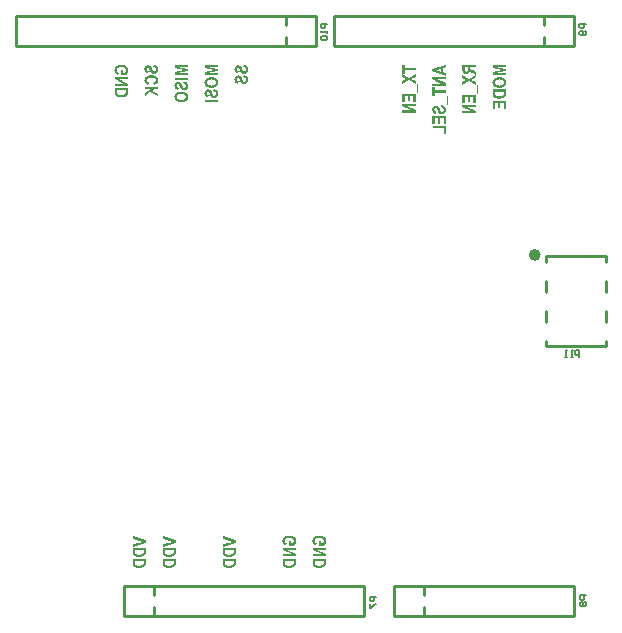
<source format=gbo>
G04*
G04 #@! TF.GenerationSoftware,Altium Limited,Altium Designer,21.3.2 (30)*
G04*
G04 Layer_Color=32896*
%FSLAX24Y24*%
%MOIN*%
G70*
G04*
G04 #@! TF.SameCoordinates,F3A22827-C8A6-453D-B49C-89BDF9855147*
G04*
G04*
G04 #@! TF.FilePolarity,Positive*
G04*
G01*
G75*
%ADD14C,0.0050*%
%ADD16C,0.0100*%
%ADD59C,0.0200*%
G36*
X6413Y19187D02*
X6425Y19186D01*
X6437Y19185D01*
X6449Y19183D01*
X6460Y19182D01*
X6470Y19180D01*
X6480Y19177D01*
X6488Y19175D01*
X6496Y19173D01*
X6503Y19171D01*
X6509Y19169D01*
X6514Y19167D01*
X6518Y19165D01*
X6521Y19164D01*
X6523Y19164D01*
X6524Y19163D01*
X6533Y19158D01*
X6543Y19154D01*
X6551Y19148D01*
X6558Y19143D01*
X6566Y19137D01*
X6572Y19132D01*
X6578Y19127D01*
X6583Y19122D01*
X6588Y19117D01*
X6592Y19112D01*
X6595Y19108D01*
X6598Y19105D01*
X6600Y19102D01*
X6602Y19100D01*
X6603Y19098D01*
X6603Y19098D01*
X6607Y19090D01*
X6611Y19082D01*
X6615Y19074D01*
X6618Y19065D01*
X6623Y19050D01*
X6626Y19035D01*
X6627Y19028D01*
X6628Y19022D01*
X6628Y19017D01*
X6629Y19012D01*
X6629Y19008D01*
Y19003D01*
X6628Y18986D01*
X6626Y18971D01*
X6623Y18956D01*
X6621Y18949D01*
X6619Y18942D01*
X6617Y18937D01*
X6615Y18931D01*
X6613Y18926D01*
X6612Y18922D01*
X6611Y18919D01*
X6610Y18917D01*
X6609Y18915D01*
Y18915D01*
X6601Y18899D01*
X6597Y18892D01*
X6593Y18885D01*
X6589Y18879D01*
X6585Y18874D01*
X6581Y18869D01*
X6577Y18864D01*
X6574Y18860D01*
X6571Y18856D01*
X6568Y18853D01*
X6566Y18851D01*
X6563Y18849D01*
X6562Y18848D01*
X6561Y18847D01*
X6561Y18847D01*
X6384D01*
Y19005D01*
X6459D01*
Y18921D01*
X6515D01*
X6521Y18928D01*
X6527Y18935D01*
X6532Y18942D01*
X6535Y18948D01*
X6539Y18954D01*
X6541Y18959D01*
X6542Y18962D01*
X6543Y18962D01*
Y18963D01*
X6546Y18971D01*
X6548Y18979D01*
X6550Y18987D01*
X6551Y18994D01*
X6552Y18999D01*
X6552Y19003D01*
Y19007D01*
X6552Y19015D01*
X6551Y19023D01*
X6549Y19031D01*
X6547Y19038D01*
X6544Y19044D01*
X6541Y19050D01*
X6538Y19056D01*
X6534Y19061D01*
X6531Y19065D01*
X6528Y19069D01*
X6525Y19072D01*
X6522Y19075D01*
X6520Y19077D01*
X6518Y19079D01*
X6517Y19080D01*
X6516Y19080D01*
X6508Y19086D01*
X6499Y19091D01*
X6490Y19094D01*
X6480Y19098D01*
X6470Y19101D01*
X6460Y19104D01*
X6440Y19107D01*
X6431Y19109D01*
X6422Y19110D01*
X6415Y19110D01*
X6408Y19111D01*
X6403Y19111D01*
X6398D01*
X6396D01*
X6395D01*
X6381Y19111D01*
X6369Y19110D01*
X6357Y19109D01*
X6346Y19107D01*
X6336Y19104D01*
X6327Y19102D01*
X6319Y19099D01*
X6311Y19096D01*
X6305Y19094D01*
X6299Y19092D01*
X6295Y19089D01*
X6291Y19087D01*
X6288Y19085D01*
X6285Y19084D01*
X6284Y19083D01*
X6284Y19082D01*
X6277Y19077D01*
X6272Y19070D01*
X6267Y19064D01*
X6263Y19058D01*
X6259Y19052D01*
X6256Y19045D01*
X6254Y19039D01*
X6252Y19033D01*
X6250Y19028D01*
X6249Y19023D01*
X6248Y19018D01*
X6248Y19014D01*
X6247Y19011D01*
Y19006D01*
X6248Y18996D01*
X6250Y18986D01*
X6253Y18977D01*
X6256Y18970D01*
X6260Y18963D01*
X6263Y18959D01*
X6265Y18956D01*
X6266Y18955D01*
X6273Y18947D01*
X6281Y18941D01*
X6290Y18936D01*
X6298Y18931D01*
X6306Y18928D01*
X6309Y18927D01*
X6312Y18926D01*
X6314Y18925D01*
X6316Y18925D01*
X6317Y18924D01*
X6318D01*
X6301Y18851D01*
X6289Y18854D01*
X6278Y18857D01*
X6268Y18860D01*
X6259Y18864D01*
X6250Y18868D01*
X6242Y18873D01*
X6235Y18877D01*
X6229Y18881D01*
X6223Y18885D01*
X6218Y18889D01*
X6213Y18893D01*
X6210Y18896D01*
X6207Y18898D01*
X6205Y18900D01*
X6205Y18902D01*
X6204Y18902D01*
X6198Y18910D01*
X6193Y18918D01*
X6188Y18926D01*
X6185Y18935D01*
X6181Y18944D01*
X6179Y18952D01*
X6174Y18969D01*
X6174Y18977D01*
X6173Y18984D01*
X6172Y18990D01*
X6171Y18996D01*
X6171Y19000D01*
Y19006D01*
X6171Y19016D01*
X6172Y19026D01*
X6173Y19035D01*
X6174Y19044D01*
X6176Y19052D01*
X6179Y19060D01*
X6181Y19067D01*
X6183Y19073D01*
X6186Y19079D01*
X6188Y19084D01*
X6191Y19089D01*
X6193Y19093D01*
X6194Y19095D01*
X6196Y19097D01*
X6196Y19099D01*
X6197Y19099D01*
X6202Y19106D01*
X6207Y19113D01*
X6220Y19125D01*
X6233Y19137D01*
X6245Y19146D01*
X6251Y19150D01*
X6257Y19153D01*
X6262Y19156D01*
X6266Y19158D01*
X6269Y19160D01*
X6272Y19162D01*
X6274Y19162D01*
X6274Y19163D01*
X6284Y19167D01*
X6295Y19171D01*
X6305Y19174D01*
X6316Y19177D01*
X6336Y19181D01*
X6347Y19183D01*
X6356Y19184D01*
X6365Y19185D01*
X6373Y19186D01*
X6381Y19186D01*
X6387Y19187D01*
X6392Y19187D01*
X6396D01*
X6398D01*
X6399D01*
X6413Y19187D01*
D02*
G37*
G36*
X6622Y18709D02*
X6332D01*
X6622Y18563D01*
Y18489D01*
X6178D01*
Y18557D01*
X6475D01*
X6178Y18706D01*
Y18778D01*
X6622D01*
Y18709D01*
D02*
G37*
G36*
Y18275D02*
X6621Y18259D01*
X6620Y18245D01*
X6618Y18233D01*
X6617Y18227D01*
X6615Y18222D01*
X6614Y18218D01*
X6613Y18214D01*
X6612Y18210D01*
X6611Y18207D01*
X6610Y18205D01*
X6610Y18204D01*
X6609Y18203D01*
Y18203D01*
X6604Y18192D01*
X6598Y18183D01*
X6592Y18174D01*
X6586Y18168D01*
X6580Y18162D01*
X6576Y18157D01*
X6573Y18155D01*
X6573Y18154D01*
X6572D01*
X6562Y18146D01*
X6551Y18140D01*
X6540Y18135D01*
X6529Y18130D01*
X6520Y18126D01*
X6515Y18124D01*
X6512Y18123D01*
X6509Y18122D01*
X6507Y18121D01*
X6506Y18121D01*
X6505D01*
X6488Y18116D01*
X6471Y18113D01*
X6454Y18111D01*
X6447Y18110D01*
X6439Y18109D01*
X6432Y18109D01*
X6425Y18108D01*
X6420D01*
X6415Y18108D01*
X6410D01*
X6407D01*
X6405D01*
X6405D01*
X6393D01*
X6382Y18108D01*
X6371Y18109D01*
X6361Y18110D01*
X6352Y18111D01*
X6343Y18111D01*
X6335Y18113D01*
X6328Y18114D01*
X6321Y18115D01*
X6315Y18116D01*
X6310Y18117D01*
X6306Y18118D01*
X6302Y18119D01*
X6300Y18120D01*
X6298Y18120D01*
X6298D01*
X6283Y18125D01*
X6269Y18131D01*
X6257Y18137D01*
X6252Y18140D01*
X6247Y18142D01*
X6242Y18145D01*
X6239Y18147D01*
X6236Y18149D01*
X6233Y18151D01*
X6231Y18153D01*
X6229Y18154D01*
X6229Y18154D01*
X6228Y18155D01*
X6219Y18163D01*
X6211Y18171D01*
X6204Y18179D01*
X6199Y18187D01*
X6195Y18193D01*
X6192Y18198D01*
X6191Y18200D01*
X6190Y18202D01*
X6190Y18202D01*
Y18203D01*
X6188Y18207D01*
X6186Y18213D01*
X6183Y18225D01*
X6181Y18238D01*
X6179Y18250D01*
X6179Y18256D01*
X6178Y18262D01*
Y18266D01*
X6178Y18270D01*
Y18413D01*
X6622D01*
Y18275D01*
D02*
G37*
G36*
X15844Y19076D02*
X16213D01*
Y19002D01*
X15844D01*
Y18895D01*
X15769D01*
Y19184D01*
X15844D01*
Y19076D01*
D02*
G37*
G36*
X16213Y18796D02*
X16062Y18715D01*
X16213Y18634D01*
Y18545D01*
X15981Y18671D01*
X15769Y18557D01*
Y18642D01*
X15902Y18715D01*
X15769Y18787D01*
Y18872D01*
X15982Y18758D01*
X16213Y18884D01*
Y18796D01*
D02*
G37*
G36*
X16290Y18258D02*
X16259D01*
Y18549D01*
X16290D01*
Y18258D01*
D02*
G37*
G36*
X16213Y17949D02*
X16137D01*
Y18152D01*
X16017D01*
Y17969D01*
X15942D01*
Y18152D01*
X15844D01*
Y17955D01*
X15769D01*
Y18225D01*
X16213D01*
Y17949D01*
D02*
G37*
G36*
Y17817D02*
X15923D01*
X16213Y17671D01*
Y17596D01*
X15769D01*
Y17665D01*
X16065D01*
X15769Y17814D01*
Y17885D01*
X16213D01*
Y17817D01*
D02*
G37*
G36*
X13013Y3496D02*
X13025Y3496D01*
X13037Y3495D01*
X13049Y3493D01*
X13060Y3491D01*
X13070Y3489D01*
X13080Y3487D01*
X13088Y3485D01*
X13096Y3483D01*
X13103Y3481D01*
X13109Y3479D01*
X13114Y3477D01*
X13118Y3475D01*
X13121Y3474D01*
X13123Y3474D01*
X13124Y3473D01*
X13133Y3468D01*
X13143Y3463D01*
X13151Y3458D01*
X13158Y3453D01*
X13166Y3447D01*
X13172Y3442D01*
X13178Y3437D01*
X13183Y3431D01*
X13188Y3426D01*
X13192Y3422D01*
X13195Y3418D01*
X13198Y3415D01*
X13200Y3412D01*
X13202Y3410D01*
X13203Y3408D01*
X13203Y3408D01*
X13207Y3400D01*
X13211Y3392D01*
X13215Y3384D01*
X13218Y3375D01*
X13223Y3360D01*
X13226Y3345D01*
X13227Y3338D01*
X13228Y3332D01*
X13228Y3327D01*
X13229Y3322D01*
X13229Y3318D01*
Y3313D01*
X13228Y3296D01*
X13226Y3280D01*
X13223Y3266D01*
X13221Y3259D01*
X13219Y3252D01*
X13217Y3246D01*
X13215Y3241D01*
X13213Y3236D01*
X13212Y3232D01*
X13211Y3229D01*
X13210Y3227D01*
X13209Y3225D01*
Y3225D01*
X13201Y3209D01*
X13197Y3202D01*
X13193Y3195D01*
X13189Y3189D01*
X13185Y3183D01*
X13181Y3179D01*
X13177Y3174D01*
X13174Y3170D01*
X13171Y3166D01*
X13168Y3163D01*
X13166Y3161D01*
X13163Y3159D01*
X13162Y3157D01*
X13161Y3157D01*
X13161Y3156D01*
X12984D01*
Y3315D01*
X13059D01*
Y3231D01*
X13115D01*
X13121Y3238D01*
X13127Y3245D01*
X13132Y3252D01*
X13135Y3258D01*
X13139Y3264D01*
X13141Y3269D01*
X13142Y3272D01*
X13143Y3272D01*
Y3273D01*
X13146Y3281D01*
X13148Y3289D01*
X13150Y3297D01*
X13151Y3303D01*
X13152Y3309D01*
X13152Y3313D01*
Y3317D01*
X13152Y3325D01*
X13151Y3333D01*
X13149Y3341D01*
X13147Y3348D01*
X13144Y3354D01*
X13141Y3360D01*
X13138Y3366D01*
X13134Y3371D01*
X13131Y3375D01*
X13128Y3379D01*
X13125Y3382D01*
X13122Y3385D01*
X13120Y3387D01*
X13118Y3389D01*
X13117Y3390D01*
X13116Y3390D01*
X13108Y3395D01*
X13099Y3400D01*
X13090Y3404D01*
X13080Y3408D01*
X13070Y3411D01*
X13060Y3414D01*
X13040Y3417D01*
X13031Y3419D01*
X13022Y3420D01*
X13015Y3420D01*
X13008Y3421D01*
X13003Y3421D01*
X12998D01*
X12996D01*
X12995D01*
X12981Y3421D01*
X12969Y3420D01*
X12957Y3419D01*
X12946Y3417D01*
X12936Y3414D01*
X12927Y3412D01*
X12919Y3409D01*
X12911Y3406D01*
X12905Y3404D01*
X12899Y3401D01*
X12895Y3399D01*
X12891Y3396D01*
X12888Y3395D01*
X12885Y3394D01*
X12884Y3393D01*
X12884Y3392D01*
X12877Y3387D01*
X12872Y3380D01*
X12867Y3374D01*
X12863Y3368D01*
X12859Y3362D01*
X12856Y3355D01*
X12854Y3349D01*
X12852Y3343D01*
X12850Y3338D01*
X12849Y3333D01*
X12848Y3328D01*
X12848Y3324D01*
X12847Y3321D01*
Y3316D01*
X12848Y3305D01*
X12850Y3296D01*
X12853Y3287D01*
X12856Y3279D01*
X12860Y3273D01*
X12863Y3269D01*
X12865Y3266D01*
X12866Y3265D01*
X12873Y3257D01*
X12881Y3250D01*
X12890Y3245D01*
X12898Y3241D01*
X12906Y3238D01*
X12909Y3237D01*
X12912Y3236D01*
X12914Y3235D01*
X12916Y3235D01*
X12917Y3234D01*
X12918D01*
X12901Y3161D01*
X12889Y3164D01*
X12878Y3167D01*
X12868Y3170D01*
X12859Y3174D01*
X12850Y3178D01*
X12842Y3182D01*
X12835Y3186D01*
X12829Y3191D01*
X12823Y3195D01*
X12818Y3199D01*
X12813Y3203D01*
X12810Y3206D01*
X12807Y3208D01*
X12806Y3210D01*
X12805Y3211D01*
X12804Y3212D01*
X12798Y3220D01*
X12793Y3228D01*
X12788Y3236D01*
X12785Y3245D01*
X12781Y3254D01*
X12779Y3262D01*
X12775Y3279D01*
X12774Y3287D01*
X12773Y3294D01*
X12772Y3300D01*
X12771Y3305D01*
X12771Y3310D01*
Y3316D01*
X12771Y3326D01*
X12772Y3336D01*
X12773Y3345D01*
X12775Y3354D01*
X12776Y3362D01*
X12779Y3369D01*
X12781Y3377D01*
X12783Y3383D01*
X12786Y3389D01*
X12788Y3394D01*
X12791Y3398D01*
X12793Y3402D01*
X12794Y3405D01*
X12796Y3407D01*
X12796Y3409D01*
X12797Y3409D01*
X12802Y3416D01*
X12807Y3423D01*
X12820Y3435D01*
X12833Y3447D01*
X12845Y3456D01*
X12851Y3459D01*
X12857Y3463D01*
X12862Y3466D01*
X12866Y3468D01*
X12869Y3470D01*
X12872Y3472D01*
X12874Y3472D01*
X12874Y3473D01*
X12884Y3477D01*
X12895Y3481D01*
X12905Y3484D01*
X12916Y3487D01*
X12936Y3491D01*
X12947Y3492D01*
X12956Y3494D01*
X12965Y3495D01*
X12973Y3495D01*
X12981Y3496D01*
X12987Y3496D01*
X12992Y3497D01*
X12996D01*
X12998D01*
X12999D01*
X13013Y3496D01*
D02*
G37*
G36*
X13222Y3019D02*
X12932D01*
X13222Y2873D01*
Y2799D01*
X12778D01*
Y2867D01*
X13075D01*
X12778Y3016D01*
Y3088D01*
X13222D01*
Y3019D01*
D02*
G37*
G36*
Y2585D02*
X13221Y2569D01*
X13220Y2555D01*
X13218Y2542D01*
X13217Y2537D01*
X13215Y2532D01*
X13214Y2528D01*
X13213Y2524D01*
X13212Y2520D01*
X13211Y2517D01*
X13210Y2515D01*
X13210Y2514D01*
X13209Y2513D01*
Y2512D01*
X13204Y2502D01*
X13198Y2493D01*
X13192Y2484D01*
X13186Y2477D01*
X13180Y2472D01*
X13176Y2467D01*
X13173Y2465D01*
X13173Y2464D01*
X13172D01*
X13162Y2456D01*
X13151Y2450D01*
X13140Y2444D01*
X13129Y2440D01*
X13120Y2436D01*
X13115Y2434D01*
X13112Y2433D01*
X13109Y2432D01*
X13107Y2431D01*
X13106Y2431D01*
X13105D01*
X13088Y2426D01*
X13071Y2423D01*
X13054Y2421D01*
X13047Y2420D01*
X13039Y2419D01*
X13032Y2418D01*
X13025Y2418D01*
X13020D01*
X13015Y2417D01*
X13010D01*
X13007D01*
X13005D01*
X13005D01*
X12993D01*
X12982Y2418D01*
X12971Y2418D01*
X12961Y2419D01*
X12952Y2420D01*
X12943Y2421D01*
X12935Y2423D01*
X12928Y2424D01*
X12921Y2425D01*
X12915Y2426D01*
X12910Y2427D01*
X12906Y2428D01*
X12902Y2429D01*
X12900Y2430D01*
X12898Y2430D01*
X12898D01*
X12883Y2435D01*
X12869Y2441D01*
X12857Y2446D01*
X12852Y2449D01*
X12847Y2452D01*
X12842Y2455D01*
X12839Y2457D01*
X12836Y2459D01*
X12833Y2461D01*
X12831Y2463D01*
X12829Y2464D01*
X12829Y2464D01*
X12828Y2465D01*
X12819Y2473D01*
X12811Y2481D01*
X12804Y2489D01*
X12799Y2497D01*
X12795Y2503D01*
X12792Y2508D01*
X12791Y2510D01*
X12790Y2511D01*
X12790Y2512D01*
Y2512D01*
X12788Y2517D01*
X12786Y2523D01*
X12783Y2535D01*
X12781Y2548D01*
X12779Y2560D01*
X12779Y2566D01*
X12778Y2571D01*
Y2576D01*
X12778Y2580D01*
Y2722D01*
X13222D01*
Y2585D01*
D02*
G37*
G36*
X12013Y3496D02*
X12025Y3496D01*
X12037Y3495D01*
X12049Y3493D01*
X12060Y3491D01*
X12070Y3489D01*
X12080Y3487D01*
X12088Y3485D01*
X12096Y3483D01*
X12103Y3481D01*
X12109Y3479D01*
X12114Y3477D01*
X12118Y3475D01*
X12121Y3474D01*
X12123Y3474D01*
X12124Y3473D01*
X12133Y3468D01*
X12143Y3463D01*
X12151Y3458D01*
X12158Y3453D01*
X12166Y3447D01*
X12172Y3442D01*
X12178Y3437D01*
X12183Y3431D01*
X12188Y3426D01*
X12192Y3422D01*
X12195Y3418D01*
X12198Y3415D01*
X12200Y3412D01*
X12202Y3410D01*
X12203Y3408D01*
X12203Y3408D01*
X12207Y3400D01*
X12211Y3392D01*
X12215Y3384D01*
X12218Y3375D01*
X12223Y3360D01*
X12226Y3345D01*
X12227Y3338D01*
X12228Y3332D01*
X12228Y3327D01*
X12229Y3322D01*
X12229Y3318D01*
Y3313D01*
X12228Y3296D01*
X12226Y3280D01*
X12223Y3266D01*
X12221Y3259D01*
X12219Y3252D01*
X12217Y3246D01*
X12215Y3241D01*
X12213Y3236D01*
X12212Y3232D01*
X12211Y3229D01*
X12210Y3227D01*
X12209Y3225D01*
Y3225D01*
X12201Y3209D01*
X12197Y3202D01*
X12193Y3195D01*
X12189Y3189D01*
X12185Y3183D01*
X12181Y3179D01*
X12177Y3174D01*
X12174Y3170D01*
X12171Y3166D01*
X12168Y3163D01*
X12166Y3161D01*
X12163Y3159D01*
X12162Y3157D01*
X12161Y3157D01*
X12161Y3156D01*
X11984D01*
Y3315D01*
X12059D01*
Y3231D01*
X12115D01*
X12121Y3238D01*
X12127Y3245D01*
X12132Y3252D01*
X12135Y3258D01*
X12139Y3264D01*
X12141Y3269D01*
X12142Y3272D01*
X12143Y3272D01*
Y3273D01*
X12146Y3281D01*
X12148Y3289D01*
X12150Y3297D01*
X12151Y3303D01*
X12152Y3309D01*
X12152Y3313D01*
Y3317D01*
X12152Y3325D01*
X12151Y3333D01*
X12149Y3341D01*
X12147Y3348D01*
X12144Y3354D01*
X12141Y3360D01*
X12138Y3366D01*
X12134Y3371D01*
X12131Y3375D01*
X12128Y3379D01*
X12125Y3382D01*
X12122Y3385D01*
X12120Y3387D01*
X12118Y3389D01*
X12117Y3390D01*
X12116Y3390D01*
X12108Y3395D01*
X12099Y3400D01*
X12090Y3404D01*
X12080Y3408D01*
X12070Y3411D01*
X12060Y3414D01*
X12040Y3417D01*
X12031Y3419D01*
X12022Y3420D01*
X12015Y3420D01*
X12008Y3421D01*
X12003Y3421D01*
X11998D01*
X11996D01*
X11995D01*
X11981Y3421D01*
X11969Y3420D01*
X11957Y3419D01*
X11946Y3417D01*
X11936Y3414D01*
X11927Y3412D01*
X11919Y3409D01*
X11911Y3406D01*
X11905Y3404D01*
X11899Y3401D01*
X11895Y3399D01*
X11891Y3396D01*
X11888Y3395D01*
X11885Y3394D01*
X11884Y3393D01*
X11884Y3392D01*
X11877Y3387D01*
X11872Y3380D01*
X11867Y3374D01*
X11863Y3368D01*
X11859Y3362D01*
X11856Y3355D01*
X11854Y3349D01*
X11852Y3343D01*
X11850Y3338D01*
X11849Y3333D01*
X11848Y3328D01*
X11848Y3324D01*
X11847Y3321D01*
Y3316D01*
X11848Y3305D01*
X11850Y3296D01*
X11853Y3287D01*
X11856Y3279D01*
X11860Y3273D01*
X11863Y3269D01*
X11865Y3266D01*
X11866Y3265D01*
X11873Y3257D01*
X11881Y3250D01*
X11890Y3245D01*
X11898Y3241D01*
X11906Y3238D01*
X11909Y3237D01*
X11912Y3236D01*
X11914Y3235D01*
X11916Y3235D01*
X11917Y3234D01*
X11918D01*
X11901Y3161D01*
X11889Y3164D01*
X11878Y3167D01*
X11868Y3170D01*
X11859Y3174D01*
X11850Y3178D01*
X11842Y3182D01*
X11835Y3186D01*
X11829Y3191D01*
X11823Y3195D01*
X11818Y3199D01*
X11813Y3203D01*
X11810Y3206D01*
X11807Y3208D01*
X11805Y3210D01*
X11805Y3211D01*
X11804Y3212D01*
X11798Y3220D01*
X11793Y3228D01*
X11788Y3236D01*
X11785Y3245D01*
X11781Y3254D01*
X11779Y3262D01*
X11775Y3279D01*
X11774Y3287D01*
X11773Y3294D01*
X11772Y3300D01*
X11771Y3305D01*
X11771Y3310D01*
Y3316D01*
X11771Y3326D01*
X11772Y3336D01*
X11773Y3345D01*
X11775Y3354D01*
X11776Y3362D01*
X11779Y3369D01*
X11781Y3377D01*
X11783Y3383D01*
X11786Y3389D01*
X11788Y3394D01*
X11791Y3398D01*
X11793Y3402D01*
X11794Y3405D01*
X11796Y3407D01*
X11796Y3409D01*
X11797Y3409D01*
X11802Y3416D01*
X11807Y3423D01*
X11820Y3435D01*
X11833Y3447D01*
X11845Y3456D01*
X11851Y3459D01*
X11857Y3463D01*
X11862Y3466D01*
X11866Y3468D01*
X11869Y3470D01*
X11872Y3472D01*
X11874Y3472D01*
X11874Y3473D01*
X11884Y3477D01*
X11895Y3481D01*
X11905Y3484D01*
X11916Y3487D01*
X11936Y3491D01*
X11947Y3492D01*
X11956Y3494D01*
X11965Y3495D01*
X11973Y3495D01*
X11981Y3496D01*
X11987Y3496D01*
X11992Y3497D01*
X11996D01*
X11998D01*
X11999D01*
X12013Y3496D01*
D02*
G37*
G36*
X12222Y3019D02*
X11932D01*
X12222Y2873D01*
Y2799D01*
X11778D01*
Y2867D01*
X12075D01*
X11778Y3016D01*
Y3088D01*
X12222D01*
Y3019D01*
D02*
G37*
G36*
Y2585D02*
X12221Y2569D01*
X12220Y2555D01*
X12218Y2542D01*
X12217Y2537D01*
X12215Y2532D01*
X12214Y2528D01*
X12213Y2524D01*
X12212Y2520D01*
X12211Y2517D01*
X12210Y2515D01*
X12210Y2514D01*
X12209Y2513D01*
Y2512D01*
X12204Y2502D01*
X12198Y2493D01*
X12192Y2484D01*
X12186Y2477D01*
X12180Y2472D01*
X12176Y2467D01*
X12173Y2465D01*
X12173Y2464D01*
X12172D01*
X12162Y2456D01*
X12151Y2450D01*
X12140Y2444D01*
X12129Y2440D01*
X12120Y2436D01*
X12115Y2434D01*
X12112Y2433D01*
X12109Y2432D01*
X12107Y2431D01*
X12106Y2431D01*
X12105D01*
X12088Y2426D01*
X12071Y2423D01*
X12054Y2421D01*
X12047Y2420D01*
X12039Y2419D01*
X12032Y2418D01*
X12025Y2418D01*
X12020D01*
X12015Y2417D01*
X12010D01*
X12007D01*
X12005D01*
X12005D01*
X11993D01*
X11982Y2418D01*
X11971Y2418D01*
X11961Y2419D01*
X11952Y2420D01*
X11943Y2421D01*
X11935Y2423D01*
X11928Y2424D01*
X11921Y2425D01*
X11915Y2426D01*
X11910Y2427D01*
X11906Y2428D01*
X11902Y2429D01*
X11900Y2430D01*
X11898Y2430D01*
X11898D01*
X11883Y2435D01*
X11869Y2441D01*
X11857Y2446D01*
X11852Y2449D01*
X11847Y2452D01*
X11842Y2455D01*
X11839Y2457D01*
X11836Y2459D01*
X11833Y2461D01*
X11831Y2463D01*
X11829Y2464D01*
X11829Y2464D01*
X11828Y2465D01*
X11819Y2473D01*
X11811Y2481D01*
X11804Y2489D01*
X11799Y2497D01*
X11795Y2503D01*
X11792Y2508D01*
X11791Y2510D01*
X11790Y2511D01*
X11790Y2512D01*
Y2512D01*
X11788Y2517D01*
X11786Y2523D01*
X11783Y2535D01*
X11781Y2548D01*
X11779Y2560D01*
X11779Y2566D01*
X11778Y2571D01*
Y2576D01*
X11778Y2580D01*
Y2722D01*
X12222D01*
Y2585D01*
D02*
G37*
G36*
X10222Y3336D02*
Y3256D01*
X9778Y3126D01*
Y3205D01*
X10107Y3294D01*
X9778Y3386D01*
Y3465D01*
X10222Y3336D01*
D02*
G37*
G36*
Y2952D02*
X10221Y2936D01*
X10220Y2922D01*
X10218Y2910D01*
X10217Y2904D01*
X10215Y2899D01*
X10214Y2895D01*
X10213Y2891D01*
X10212Y2887D01*
X10211Y2884D01*
X10210Y2882D01*
X10210Y2881D01*
X10209Y2880D01*
Y2880D01*
X10204Y2869D01*
X10198Y2860D01*
X10192Y2851D01*
X10186Y2845D01*
X10180Y2839D01*
X10176Y2834D01*
X10173Y2832D01*
X10173Y2831D01*
X10172D01*
X10162Y2823D01*
X10151Y2817D01*
X10140Y2812D01*
X10129Y2807D01*
X10120Y2803D01*
X10115Y2801D01*
X10112Y2800D01*
X10109Y2799D01*
X10107Y2798D01*
X10106Y2798D01*
X10105D01*
X10088Y2793D01*
X10071Y2790D01*
X10054Y2788D01*
X10047Y2787D01*
X10039Y2786D01*
X10032Y2786D01*
X10025Y2785D01*
X10020D01*
X10015Y2785D01*
X10010D01*
X10007D01*
X10005D01*
X10005D01*
X9993D01*
X9982Y2785D01*
X9971Y2786D01*
X9961Y2787D01*
X9952Y2788D01*
X9943Y2788D01*
X9935Y2790D01*
X9928Y2791D01*
X9921Y2792D01*
X9915Y2793D01*
X9910Y2794D01*
X9906Y2795D01*
X9902Y2796D01*
X9900Y2797D01*
X9898Y2797D01*
X9898D01*
X9883Y2802D01*
X9869Y2808D01*
X9857Y2814D01*
X9852Y2817D01*
X9847Y2819D01*
X9842Y2822D01*
X9839Y2824D01*
X9836Y2826D01*
X9833Y2828D01*
X9831Y2830D01*
X9829Y2831D01*
X9829Y2831D01*
X9828Y2832D01*
X9819Y2840D01*
X9811Y2849D01*
X9804Y2856D01*
X9799Y2864D01*
X9795Y2870D01*
X9792Y2875D01*
X9791Y2877D01*
X9790Y2879D01*
X9790Y2879D01*
Y2880D01*
X9788Y2884D01*
X9786Y2890D01*
X9783Y2902D01*
X9781Y2915D01*
X9779Y2927D01*
X9779Y2933D01*
X9778Y2939D01*
Y2943D01*
X9778Y2947D01*
Y3090D01*
X10222D01*
Y2952D01*
D02*
G37*
G36*
Y2585D02*
X10221Y2569D01*
X10220Y2555D01*
X10218Y2542D01*
X10217Y2537D01*
X10215Y2532D01*
X10214Y2528D01*
X10213Y2524D01*
X10212Y2520D01*
X10211Y2517D01*
X10210Y2515D01*
X10210Y2514D01*
X10209Y2513D01*
Y2512D01*
X10204Y2502D01*
X10198Y2493D01*
X10192Y2484D01*
X10186Y2478D01*
X10180Y2472D01*
X10176Y2467D01*
X10173Y2465D01*
X10173Y2464D01*
X10172D01*
X10162Y2456D01*
X10151Y2450D01*
X10140Y2445D01*
X10129Y2440D01*
X10120Y2436D01*
X10115Y2434D01*
X10112Y2433D01*
X10109Y2432D01*
X10107Y2431D01*
X10106Y2431D01*
X10105D01*
X10088Y2426D01*
X10071Y2423D01*
X10054Y2421D01*
X10047Y2420D01*
X10039Y2419D01*
X10032Y2419D01*
X10025Y2418D01*
X10020D01*
X10015Y2418D01*
X10010D01*
X10007D01*
X10005D01*
X10005D01*
X9993D01*
X9982Y2418D01*
X9971Y2419D01*
X9961Y2419D01*
X9952Y2420D01*
X9943Y2421D01*
X9935Y2423D01*
X9928Y2424D01*
X9921Y2425D01*
X9915Y2426D01*
X9910Y2427D01*
X9906Y2428D01*
X9902Y2429D01*
X9900Y2430D01*
X9898Y2430D01*
X9898D01*
X9883Y2435D01*
X9869Y2441D01*
X9857Y2447D01*
X9852Y2449D01*
X9847Y2452D01*
X9842Y2455D01*
X9839Y2457D01*
X9836Y2459D01*
X9833Y2461D01*
X9831Y2463D01*
X9829Y2464D01*
X9829Y2464D01*
X9828Y2465D01*
X9819Y2473D01*
X9811Y2481D01*
X9804Y2489D01*
X9799Y2497D01*
X9795Y2503D01*
X9792Y2508D01*
X9791Y2510D01*
X9790Y2511D01*
X9790Y2512D01*
Y2512D01*
X9788Y2517D01*
X9786Y2523D01*
X9783Y2535D01*
X9781Y2548D01*
X9779Y2560D01*
X9779Y2566D01*
X9778Y2572D01*
Y2576D01*
X9778Y2580D01*
Y2723D01*
X10222D01*
Y2585D01*
D02*
G37*
G36*
X8222Y3336D02*
Y3256D01*
X7778Y3126D01*
Y3205D01*
X8107Y3294D01*
X7778Y3386D01*
Y3465D01*
X8222Y3336D01*
D02*
G37*
G36*
Y2952D02*
X8221Y2936D01*
X8220Y2922D01*
X8218Y2910D01*
X8217Y2904D01*
X8215Y2899D01*
X8214Y2895D01*
X8213Y2891D01*
X8212Y2887D01*
X8211Y2884D01*
X8210Y2882D01*
X8210Y2881D01*
X8209Y2880D01*
Y2880D01*
X8204Y2869D01*
X8198Y2860D01*
X8192Y2851D01*
X8186Y2845D01*
X8180Y2839D01*
X8176Y2834D01*
X8173Y2832D01*
X8173Y2831D01*
X8172D01*
X8162Y2823D01*
X8151Y2817D01*
X8140Y2812D01*
X8129Y2807D01*
X8120Y2803D01*
X8115Y2801D01*
X8112Y2800D01*
X8109Y2799D01*
X8107Y2798D01*
X8106Y2798D01*
X8105D01*
X8088Y2793D01*
X8071Y2790D01*
X8054Y2788D01*
X8047Y2787D01*
X8039Y2786D01*
X8032Y2786D01*
X8025Y2785D01*
X8020D01*
X8015Y2785D01*
X8010D01*
X8007D01*
X8005D01*
X8005D01*
X7993D01*
X7982Y2785D01*
X7971Y2786D01*
X7961Y2787D01*
X7952Y2788D01*
X7943Y2788D01*
X7935Y2790D01*
X7928Y2791D01*
X7921Y2792D01*
X7915Y2793D01*
X7910Y2794D01*
X7906Y2795D01*
X7902Y2796D01*
X7900Y2797D01*
X7898Y2797D01*
X7898D01*
X7883Y2802D01*
X7869Y2808D01*
X7857Y2814D01*
X7852Y2817D01*
X7847Y2819D01*
X7842Y2822D01*
X7839Y2824D01*
X7836Y2826D01*
X7833Y2828D01*
X7831Y2830D01*
X7829Y2831D01*
X7829Y2831D01*
X7828Y2832D01*
X7819Y2840D01*
X7811Y2849D01*
X7804Y2856D01*
X7799Y2864D01*
X7795Y2870D01*
X7792Y2875D01*
X7791Y2877D01*
X7790Y2879D01*
X7790Y2879D01*
Y2880D01*
X7788Y2884D01*
X7786Y2890D01*
X7783Y2902D01*
X7781Y2915D01*
X7779Y2927D01*
X7779Y2933D01*
X7778Y2939D01*
Y2943D01*
X7778Y2947D01*
Y3090D01*
X8222D01*
Y2952D01*
D02*
G37*
G36*
Y2585D02*
X8221Y2569D01*
X8220Y2555D01*
X8218Y2542D01*
X8217Y2537D01*
X8215Y2532D01*
X8214Y2528D01*
X8213Y2524D01*
X8212Y2520D01*
X8211Y2517D01*
X8210Y2515D01*
X8210Y2514D01*
X8209Y2513D01*
Y2512D01*
X8204Y2502D01*
X8198Y2493D01*
X8192Y2484D01*
X8186Y2478D01*
X8180Y2472D01*
X8176Y2467D01*
X8173Y2465D01*
X8173Y2464D01*
X8172D01*
X8162Y2456D01*
X8151Y2450D01*
X8140Y2445D01*
X8129Y2440D01*
X8120Y2436D01*
X8115Y2434D01*
X8112Y2433D01*
X8109Y2432D01*
X8107Y2431D01*
X8106Y2431D01*
X8105D01*
X8088Y2426D01*
X8071Y2423D01*
X8054Y2421D01*
X8047Y2420D01*
X8039Y2419D01*
X8032Y2419D01*
X8025Y2418D01*
X8020D01*
X8015Y2418D01*
X8010D01*
X8007D01*
X8005D01*
X8005D01*
X7993D01*
X7982Y2418D01*
X7971Y2419D01*
X7961Y2419D01*
X7952Y2420D01*
X7943Y2421D01*
X7935Y2423D01*
X7928Y2424D01*
X7921Y2425D01*
X7915Y2426D01*
X7910Y2427D01*
X7906Y2428D01*
X7902Y2429D01*
X7900Y2430D01*
X7898Y2430D01*
X7898D01*
X7883Y2435D01*
X7869Y2441D01*
X7857Y2447D01*
X7852Y2449D01*
X7847Y2452D01*
X7842Y2455D01*
X7839Y2457D01*
X7836Y2459D01*
X7833Y2461D01*
X7831Y2463D01*
X7829Y2464D01*
X7829Y2464D01*
X7828Y2465D01*
X7819Y2473D01*
X7811Y2481D01*
X7804Y2489D01*
X7799Y2497D01*
X7795Y2503D01*
X7792Y2508D01*
X7791Y2510D01*
X7790Y2511D01*
X7790Y2512D01*
Y2512D01*
X7788Y2517D01*
X7786Y2523D01*
X7783Y2535D01*
X7781Y2548D01*
X7779Y2560D01*
X7779Y2566D01*
X7778Y2572D01*
Y2576D01*
X7778Y2580D01*
Y2723D01*
X8222D01*
Y2585D01*
D02*
G37*
G36*
X7222Y3336D02*
Y3256D01*
X6778Y3126D01*
Y3205D01*
X7107Y3294D01*
X6778Y3386D01*
Y3465D01*
X7222Y3336D01*
D02*
G37*
G36*
Y2952D02*
X7221Y2936D01*
X7220Y2922D01*
X7218Y2910D01*
X7217Y2904D01*
X7215Y2899D01*
X7214Y2895D01*
X7213Y2891D01*
X7212Y2887D01*
X7211Y2884D01*
X7210Y2882D01*
X7210Y2881D01*
X7209Y2880D01*
Y2880D01*
X7204Y2869D01*
X7198Y2860D01*
X7192Y2851D01*
X7186Y2845D01*
X7180Y2839D01*
X7176Y2834D01*
X7173Y2832D01*
X7173Y2831D01*
X7172D01*
X7162Y2823D01*
X7151Y2817D01*
X7140Y2812D01*
X7129Y2807D01*
X7120Y2803D01*
X7115Y2801D01*
X7112Y2800D01*
X7109Y2799D01*
X7107Y2798D01*
X7106Y2798D01*
X7105D01*
X7088Y2793D01*
X7071Y2790D01*
X7054Y2788D01*
X7047Y2787D01*
X7039Y2786D01*
X7032Y2786D01*
X7025Y2785D01*
X7020D01*
X7015Y2785D01*
X7010D01*
X7007D01*
X7005D01*
X7005D01*
X6993D01*
X6982Y2785D01*
X6971Y2786D01*
X6961Y2787D01*
X6952Y2788D01*
X6943Y2788D01*
X6935Y2790D01*
X6928Y2791D01*
X6921Y2792D01*
X6915Y2793D01*
X6910Y2794D01*
X6906Y2795D01*
X6902Y2796D01*
X6900Y2797D01*
X6898Y2797D01*
X6898D01*
X6883Y2802D01*
X6869Y2808D01*
X6857Y2814D01*
X6852Y2817D01*
X6847Y2819D01*
X6842Y2822D01*
X6839Y2824D01*
X6836Y2826D01*
X6833Y2828D01*
X6831Y2830D01*
X6829Y2831D01*
X6829Y2831D01*
X6828Y2832D01*
X6819Y2840D01*
X6811Y2849D01*
X6804Y2856D01*
X6799Y2864D01*
X6795Y2870D01*
X6792Y2875D01*
X6791Y2877D01*
X6790Y2879D01*
X6790Y2879D01*
Y2880D01*
X6788Y2884D01*
X6786Y2890D01*
X6783Y2902D01*
X6781Y2915D01*
X6779Y2927D01*
X6779Y2933D01*
X6778Y2939D01*
Y2943D01*
X6778Y2947D01*
Y3090D01*
X7222D01*
Y2952D01*
D02*
G37*
G36*
Y2585D02*
X7221Y2569D01*
X7220Y2555D01*
X7218Y2542D01*
X7217Y2537D01*
X7215Y2532D01*
X7214Y2528D01*
X7213Y2524D01*
X7212Y2520D01*
X7211Y2517D01*
X7210Y2515D01*
X7210Y2514D01*
X7209Y2513D01*
Y2512D01*
X7204Y2502D01*
X7198Y2493D01*
X7192Y2484D01*
X7186Y2478D01*
X7180Y2472D01*
X7176Y2467D01*
X7173Y2465D01*
X7173Y2464D01*
X7172D01*
X7162Y2456D01*
X7151Y2450D01*
X7140Y2445D01*
X7129Y2440D01*
X7120Y2436D01*
X7115Y2434D01*
X7112Y2433D01*
X7109Y2432D01*
X7107Y2431D01*
X7106Y2431D01*
X7105D01*
X7088Y2426D01*
X7071Y2423D01*
X7054Y2421D01*
X7047Y2420D01*
X7039Y2419D01*
X7032Y2419D01*
X7025Y2418D01*
X7020D01*
X7015Y2418D01*
X7010D01*
X7007D01*
X7005D01*
X7005D01*
X6993D01*
X6982Y2418D01*
X6971Y2419D01*
X6961Y2419D01*
X6952Y2420D01*
X6943Y2421D01*
X6935Y2423D01*
X6928Y2424D01*
X6921Y2425D01*
X6915Y2426D01*
X6910Y2427D01*
X6906Y2428D01*
X6902Y2429D01*
X6900Y2430D01*
X6898Y2430D01*
X6898D01*
X6883Y2435D01*
X6869Y2441D01*
X6857Y2447D01*
X6852Y2449D01*
X6847Y2452D01*
X6842Y2455D01*
X6839Y2457D01*
X6836Y2459D01*
X6833Y2461D01*
X6831Y2463D01*
X6829Y2464D01*
X6829Y2464D01*
X6828Y2465D01*
X6819Y2473D01*
X6811Y2481D01*
X6804Y2489D01*
X6799Y2497D01*
X6795Y2503D01*
X6792Y2508D01*
X6791Y2510D01*
X6790Y2511D01*
X6790Y2512D01*
Y2512D01*
X6788Y2517D01*
X6786Y2523D01*
X6783Y2535D01*
X6781Y2548D01*
X6779Y2560D01*
X6779Y2566D01*
X6778Y2572D01*
Y2576D01*
X6778Y2580D01*
Y2723D01*
X7222D01*
Y2585D01*
D02*
G37*
G36*
X19222Y19116D02*
X18872D01*
X19222Y19044D01*
Y18973D01*
X18872Y18901D01*
X19222D01*
Y18832D01*
X18778D01*
Y18943D01*
X19082Y19008D01*
X18778Y19074D01*
Y19184D01*
X19222D01*
Y19116D01*
D02*
G37*
G36*
X19022Y18774D02*
X19042Y18772D01*
X19059Y18769D01*
X19076Y18766D01*
X19091Y18762D01*
X19105Y18758D01*
X19118Y18753D01*
X19130Y18748D01*
X19140Y18744D01*
X19149Y18739D01*
X19157Y18734D01*
X19163Y18730D01*
X19168Y18727D01*
X19172Y18724D01*
X19174Y18723D01*
X19174Y18722D01*
X19184Y18714D01*
X19193Y18704D01*
X19200Y18694D01*
X19206Y18684D01*
X19211Y18673D01*
X19216Y18663D01*
X19219Y18653D01*
X19222Y18643D01*
X19225Y18633D01*
X19226Y18625D01*
X19228Y18617D01*
X19228Y18611D01*
X19229Y18605D01*
X19229Y18601D01*
Y18597D01*
X19229Y18583D01*
X19227Y18569D01*
X19224Y18557D01*
X19220Y18545D01*
X19216Y18534D01*
X19212Y18524D01*
X19206Y18514D01*
X19202Y18506D01*
X19197Y18499D01*
X19191Y18492D01*
X19187Y18486D01*
X19182Y18482D01*
X19179Y18478D01*
X19176Y18475D01*
X19174Y18474D01*
X19174Y18473D01*
X19162Y18464D01*
X19148Y18456D01*
X19135Y18449D01*
X19120Y18443D01*
X19106Y18438D01*
X19091Y18434D01*
X19077Y18431D01*
X19063Y18428D01*
X19051Y18426D01*
X19038Y18424D01*
X19027Y18423D01*
X19018Y18422D01*
X19011Y18422D01*
X19007Y18421D01*
X19005D01*
X19003D01*
X19001D01*
X19000D01*
X19000D01*
X18980Y18422D01*
X18961Y18423D01*
X18943Y18426D01*
X18927Y18429D01*
X18912Y18433D01*
X18898Y18437D01*
X18885Y18441D01*
X18874Y18446D01*
X18864Y18450D01*
X18855Y18455D01*
X18848Y18459D01*
X18841Y18463D01*
X18837Y18466D01*
X18834Y18469D01*
X18831Y18470D01*
X18831Y18471D01*
X18820Y18480D01*
X18811Y18490D01*
X18803Y18501D01*
X18796Y18511D01*
X18790Y18522D01*
X18785Y18533D01*
X18781Y18543D01*
X18778Y18553D01*
X18775Y18562D01*
X18774Y18570D01*
X18773Y18578D01*
X18772Y18585D01*
X18771Y18591D01*
X18771Y18595D01*
Y18598D01*
X18771Y18608D01*
X18772Y18617D01*
X18773Y18626D01*
X18775Y18635D01*
X18776Y18643D01*
X18778Y18651D01*
X18781Y18657D01*
X18783Y18664D01*
X18786Y18670D01*
X18788Y18675D01*
X18790Y18679D01*
X18792Y18683D01*
X18794Y18686D01*
X18795Y18687D01*
X18796Y18689D01*
X18796Y18689D01*
X18801Y18696D01*
X18806Y18703D01*
X18819Y18715D01*
X18831Y18725D01*
X18844Y18734D01*
X18849Y18738D01*
X18855Y18742D01*
X18860Y18744D01*
X18864Y18747D01*
X18867Y18749D01*
X18870Y18750D01*
X18872Y18750D01*
X18872Y18751D01*
X18882Y18755D01*
X18893Y18758D01*
X18914Y18764D01*
X18936Y18768D01*
X18947Y18770D01*
X18957Y18771D01*
X18966Y18772D01*
X18975Y18773D01*
X18983Y18774D01*
X18990D01*
X18995Y18774D01*
X18999D01*
X19002D01*
X19003D01*
X19022Y18774D01*
D02*
G37*
G36*
X19222Y18226D02*
X19221Y18211D01*
X19220Y18196D01*
X19218Y18184D01*
X19217Y18179D01*
X19215Y18174D01*
X19214Y18169D01*
X19213Y18165D01*
X19212Y18162D01*
X19211Y18159D01*
X19210Y18157D01*
X19210Y18156D01*
X19209Y18155D01*
Y18154D01*
X19204Y18144D01*
X19198Y18134D01*
X19192Y18126D01*
X19186Y18119D01*
X19180Y18113D01*
X19176Y18109D01*
X19173Y18106D01*
X19173Y18105D01*
X19172D01*
X19162Y18098D01*
X19151Y18092D01*
X19140Y18086D01*
X19129Y18081D01*
X19120Y18077D01*
X19115Y18076D01*
X19112Y18075D01*
X19109Y18074D01*
X19107Y18073D01*
X19106Y18073D01*
X19105D01*
X19088Y18068D01*
X19071Y18065D01*
X19054Y18063D01*
X19047Y18062D01*
X19039Y18061D01*
X19032Y18060D01*
X19025Y18060D01*
X19020D01*
X19015Y18059D01*
X19010D01*
X19007D01*
X19005D01*
X19005D01*
X18993D01*
X18982Y18060D01*
X18971Y18060D01*
X18961Y18061D01*
X18952Y18062D01*
X18943Y18063D01*
X18935Y18065D01*
X18928Y18066D01*
X18921Y18067D01*
X18915Y18068D01*
X18910Y18069D01*
X18906Y18070D01*
X18902Y18071D01*
X18900Y18072D01*
X18898Y18072D01*
X18898D01*
X18883Y18077D01*
X18869Y18082D01*
X18857Y18088D01*
X18852Y18091D01*
X18847Y18094D01*
X18842Y18097D01*
X18839Y18099D01*
X18836Y18101D01*
X18833Y18103D01*
X18831Y18104D01*
X18829Y18105D01*
X18829Y18106D01*
X18828Y18106D01*
X18819Y18115D01*
X18811Y18123D01*
X18804Y18131D01*
X18799Y18138D01*
X18795Y18145D01*
X18792Y18150D01*
X18791Y18152D01*
X18790Y18153D01*
X18790Y18154D01*
Y18154D01*
X18788Y18159D01*
X18786Y18165D01*
X18783Y18177D01*
X18781Y18190D01*
X18779Y18202D01*
X18779Y18208D01*
X18778Y18213D01*
Y18218D01*
X18778Y18222D01*
Y18364D01*
X19222D01*
Y18226D01*
D02*
G37*
G36*
Y17720D02*
X19146D01*
Y17923D01*
X19026D01*
Y17740D01*
X18952D01*
Y17923D01*
X18853D01*
Y17727D01*
X18778D01*
Y17996D01*
X19222D01*
Y17720D01*
D02*
G37*
G36*
X18213Y19111D02*
X18027D01*
Y19087D01*
X18028Y19079D01*
X18029Y19073D01*
X18029Y19068D01*
X18030Y19064D01*
X18031Y19061D01*
X18032Y19059D01*
X18032Y19059D01*
X18034Y19055D01*
X18037Y19051D01*
X18040Y19047D01*
X18043Y19044D01*
X18046Y19041D01*
X18049Y19039D01*
X18050Y19038D01*
X18051Y19037D01*
X18054Y19035D01*
X18057Y19033D01*
X18061Y19030D01*
X18066Y19027D01*
X18077Y19021D01*
X18089Y19014D01*
X18099Y19008D01*
X18104Y19005D01*
X18108Y19003D01*
X18111Y19001D01*
X18114Y19000D01*
X18116Y18999D01*
X18116Y18998D01*
X18213Y18945D01*
Y18857D01*
X18126Y18902D01*
X18117Y18906D01*
X18108Y18911D01*
X18100Y18915D01*
X18093Y18919D01*
X18087Y18923D01*
X18081Y18927D01*
X18075Y18930D01*
X18071Y18933D01*
X18067Y18935D01*
X18063Y18937D01*
X18060Y18939D01*
X18058Y18941D01*
X18056Y18942D01*
X18055Y18943D01*
X18054Y18944D01*
X18047Y18950D01*
X18040Y18956D01*
X18033Y18963D01*
X18028Y18969D01*
X18023Y18974D01*
X18020Y18979D01*
X18018Y18982D01*
X18017Y18982D01*
Y18983D01*
X18015Y18974D01*
X18013Y18966D01*
X18010Y18959D01*
X18007Y18952D01*
X18004Y18946D01*
X18000Y18940D01*
X17997Y18934D01*
X17994Y18930D01*
X17990Y18926D01*
X17987Y18922D01*
X17984Y18919D01*
X17982Y18916D01*
X17980Y18914D01*
X17978Y18912D01*
X17977Y18912D01*
X17977Y18911D01*
X17970Y18907D01*
X17964Y18903D01*
X17957Y18900D01*
X17950Y18897D01*
X17937Y18892D01*
X17923Y18889D01*
X17917Y18888D01*
X17911Y18888D01*
X17906Y18887D01*
X17902Y18887D01*
X17898Y18886D01*
X17896D01*
X17894D01*
X17893D01*
X17878Y18887D01*
X17865Y18889D01*
X17852Y18892D01*
X17842Y18895D01*
X17838Y18896D01*
X17834Y18898D01*
X17830Y18899D01*
X17828Y18901D01*
X17825Y18902D01*
X17824Y18903D01*
X17823Y18903D01*
X17822D01*
X17812Y18909D01*
X17804Y18916D01*
X17796Y18923D01*
X17790Y18930D01*
X17786Y18936D01*
X17783Y18940D01*
X17782Y18942D01*
X17782Y18944D01*
X17781Y18944D01*
Y18945D01*
X17779Y18950D01*
X17777Y18956D01*
X17775Y18962D01*
X17774Y18968D01*
X17772Y18983D01*
X17770Y18996D01*
X17770Y19003D01*
X17769Y19009D01*
Y19015D01*
X17769Y19020D01*
Y19184D01*
X18213D01*
Y19111D01*
D02*
G37*
G36*
Y18766D02*
X18062Y18685D01*
X18213Y18604D01*
Y18515D01*
X17981Y18641D01*
X17769Y18527D01*
Y18612D01*
X17902Y18685D01*
X17769Y18757D01*
Y18842D01*
X17982Y18728D01*
X18213Y18854D01*
Y18766D01*
D02*
G37*
G36*
X18290Y18228D02*
X18259D01*
Y18519D01*
X18290D01*
Y18228D01*
D02*
G37*
G36*
X18213Y17919D02*
X18137D01*
Y18122D01*
X18017D01*
Y17939D01*
X17942D01*
Y18122D01*
X17844D01*
Y17925D01*
X17769D01*
Y18195D01*
X18213D01*
Y17919D01*
D02*
G37*
G36*
Y17787D02*
X17923D01*
X18213Y17641D01*
Y17566D01*
X17769D01*
Y17635D01*
X18065D01*
X17769Y17784D01*
Y17855D01*
X18213D01*
Y17787D01*
D02*
G37*
G36*
X17216Y19106D02*
X17116Y19076D01*
Y18931D01*
X17216Y18899D01*
Y18819D01*
X16772Y18964D01*
Y19043D01*
X17216Y19184D01*
Y19106D01*
D02*
G37*
G36*
Y18710D02*
X16927D01*
X17216Y18564D01*
Y18490D01*
X16772D01*
Y18558D01*
X17069D01*
X16772Y18707D01*
Y18779D01*
X17216D01*
Y18710D01*
D02*
G37*
G36*
X16848Y18331D02*
X17216D01*
Y18257D01*
X16848D01*
Y18150D01*
X16772D01*
Y18439D01*
X16848D01*
Y18331D01*
D02*
G37*
G36*
X17294Y17853D02*
X17263D01*
Y18143D01*
X17294D01*
Y17853D01*
D02*
G37*
G36*
X17085Y17836D02*
X17098Y17834D01*
X17110Y17831D01*
X17121Y17827D01*
X17132Y17823D01*
X17142Y17819D01*
X17151Y17814D01*
X17159Y17808D01*
X17167Y17803D01*
X17174Y17797D01*
X17180Y17791D01*
X17186Y17784D01*
X17192Y17778D01*
X17197Y17771D01*
X17200Y17765D01*
X17204Y17758D01*
X17211Y17745D01*
X17216Y17733D01*
X17219Y17721D01*
X17221Y17710D01*
X17222Y17706D01*
X17223Y17702D01*
X17223Y17698D01*
Y17695D01*
X17224Y17693D01*
Y17689D01*
X17223Y17675D01*
X17222Y17663D01*
X17220Y17651D01*
X17218Y17640D01*
X17215Y17630D01*
X17211Y17621D01*
X17208Y17612D01*
X17204Y17605D01*
X17200Y17599D01*
X17197Y17593D01*
X17194Y17588D01*
X17191Y17585D01*
X17188Y17582D01*
X17186Y17580D01*
X17185Y17579D01*
X17185Y17578D01*
X17177Y17572D01*
X17169Y17566D01*
X17161Y17561D01*
X17153Y17557D01*
X17145Y17554D01*
X17137Y17551D01*
X17129Y17549D01*
X17121Y17547D01*
X17114Y17545D01*
X17108Y17544D01*
X17102Y17543D01*
X17097Y17543D01*
X17093Y17542D01*
X17090D01*
X17088D01*
X17087D01*
X17073Y17543D01*
X17060Y17544D01*
X17048Y17547D01*
X17039Y17549D01*
X17034Y17550D01*
X17030Y17551D01*
X17027Y17552D01*
X17024Y17553D01*
X17022Y17554D01*
X17021Y17555D01*
X17020Y17555D01*
X17019D01*
X17010Y17561D01*
X17000Y17567D01*
X16992Y17573D01*
X16986Y17579D01*
X16981Y17584D01*
X16977Y17589D01*
X16975Y17592D01*
X16974Y17592D01*
Y17593D01*
X16970Y17598D01*
X16967Y17603D01*
X16961Y17616D01*
X16955Y17629D01*
X16950Y17642D01*
X16948Y17648D01*
X16946Y17654D01*
X16944Y17659D01*
X16943Y17664D01*
X16941Y17668D01*
X16940Y17671D01*
X16940Y17672D01*
Y17673D01*
X16937Y17682D01*
X16934Y17691D01*
X16932Y17699D01*
X16929Y17705D01*
X16927Y17711D01*
X16924Y17717D01*
X16922Y17722D01*
X16921Y17726D01*
X16919Y17730D01*
X16917Y17733D01*
X16916Y17735D01*
X16915Y17737D01*
X16913Y17739D01*
X16913Y17740D01*
X16908Y17745D01*
X16903Y17748D01*
X16897Y17751D01*
X16893Y17752D01*
X16889Y17753D01*
X16885Y17754D01*
X16883D01*
X16882D01*
X16876Y17754D01*
X16870Y17752D01*
X16864Y17749D01*
X16860Y17746D01*
X16857Y17743D01*
X16854Y17741D01*
X16852Y17739D01*
X16852Y17738D01*
X16848Y17732D01*
X16845Y17725D01*
X16842Y17717D01*
X16841Y17709D01*
X16840Y17703D01*
X16839Y17698D01*
Y17693D01*
X16840Y17682D01*
X16841Y17673D01*
X16844Y17665D01*
X16846Y17659D01*
X16849Y17654D01*
X16851Y17650D01*
X16853Y17648D01*
X16854Y17647D01*
X16857Y17644D01*
X16860Y17642D01*
X16867Y17637D01*
X16876Y17633D01*
X16884Y17630D01*
X16891Y17628D01*
X16894Y17627D01*
X16897Y17627D01*
X16900Y17626D01*
X16902Y17626D01*
X16903D01*
X16903D01*
X16899Y17552D01*
X16888Y17553D01*
X16877Y17554D01*
X16866Y17556D01*
X16857Y17559D01*
X16848Y17562D01*
X16839Y17565D01*
X16832Y17569D01*
X16826Y17572D01*
X16820Y17576D01*
X16814Y17579D01*
X16810Y17582D01*
X16806Y17584D01*
X16803Y17587D01*
X16801Y17589D01*
X16800Y17590D01*
X16800Y17590D01*
X16794Y17597D01*
X16789Y17605D01*
X16784Y17613D01*
X16780Y17621D01*
X16776Y17630D01*
X16773Y17638D01*
X16771Y17646D01*
X16769Y17654D01*
X16768Y17662D01*
X16767Y17669D01*
X16766Y17674D01*
X16766Y17680D01*
X16765Y17684D01*
Y17691D01*
X16766Y17706D01*
X16768Y17720D01*
X16770Y17732D01*
X16771Y17737D01*
X16772Y17743D01*
X16774Y17747D01*
X16775Y17751D01*
X16777Y17755D01*
X16778Y17757D01*
X16779Y17760D01*
X16780Y17761D01*
X16780Y17762D01*
Y17763D01*
X16786Y17773D01*
X16794Y17782D01*
X16800Y17790D01*
X16808Y17796D01*
X16814Y17801D01*
X16819Y17805D01*
X16821Y17806D01*
X16823Y17807D01*
X16824Y17808D01*
X16824D01*
X16835Y17814D01*
X16846Y17818D01*
X16858Y17821D01*
X16867Y17823D01*
X16876Y17824D01*
X16880Y17824D01*
X16883D01*
X16886Y17825D01*
X16888D01*
X16889D01*
X16889D01*
X16900Y17824D01*
X16911Y17823D01*
X16921Y17821D01*
X16930Y17818D01*
X16937Y17816D01*
X16940Y17815D01*
X16942Y17814D01*
X16944Y17813D01*
X16946Y17812D01*
X16947Y17812D01*
X16947D01*
X16957Y17806D01*
X16965Y17801D01*
X16973Y17795D01*
X16979Y17790D01*
X16984Y17785D01*
X16988Y17781D01*
X16990Y17778D01*
X16991Y17777D01*
X16994Y17773D01*
X16997Y17768D01*
X17003Y17758D01*
X17008Y17746D01*
X17013Y17734D01*
X17016Y17725D01*
X17018Y17720D01*
X17019Y17716D01*
X17020Y17713D01*
X17021Y17710D01*
X17022Y17709D01*
Y17708D01*
X17025Y17699D01*
X17027Y17691D01*
X17030Y17683D01*
X17032Y17676D01*
X17034Y17670D01*
X17036Y17665D01*
X17038Y17660D01*
X17039Y17656D01*
X17041Y17653D01*
X17042Y17650D01*
X17043Y17647D01*
X17043Y17646D01*
X17044Y17643D01*
X17045Y17643D01*
X17047Y17638D01*
X17050Y17634D01*
X17053Y17630D01*
X17056Y17627D01*
X17058Y17625D01*
X17060Y17624D01*
X17062Y17623D01*
X17062Y17622D01*
X17066Y17620D01*
X17071Y17618D01*
X17079Y17616D01*
X17082Y17616D01*
X17085Y17615D01*
X17087D01*
X17088D01*
X17097Y17616D01*
X17105Y17618D01*
X17112Y17621D01*
X17119Y17625D01*
X17124Y17629D01*
X17128Y17632D01*
X17130Y17634D01*
X17131Y17635D01*
X17137Y17642D01*
X17140Y17651D01*
X17143Y17660D01*
X17146Y17668D01*
X17147Y17675D01*
X17147Y17679D01*
Y17682D01*
X17148Y17684D01*
Y17687D01*
X17147Y17693D01*
X17147Y17699D01*
X17144Y17710D01*
X17140Y17720D01*
X17135Y17728D01*
X17128Y17735D01*
X17121Y17742D01*
X17113Y17747D01*
X17105Y17752D01*
X17097Y17756D01*
X17090Y17759D01*
X17082Y17762D01*
X17076Y17764D01*
X17071Y17765D01*
X17066Y17766D01*
X17064Y17766D01*
X17063D01*
X17071Y17838D01*
X17085Y17836D01*
D02*
G37*
G36*
X17216Y17204D02*
X17141D01*
Y17407D01*
X17021D01*
Y17224D01*
X16946D01*
Y17407D01*
X16848D01*
Y17211D01*
X16772D01*
Y17480D01*
X17216D01*
Y17204D01*
D02*
G37*
G36*
Y16884D02*
X17141D01*
Y17067D01*
X16776D01*
Y17140D01*
X17216D01*
Y16884D01*
D02*
G37*
G36*
X10490Y19182D02*
X10504Y19180D01*
X10515Y19177D01*
X10527Y19173D01*
X10538Y19169D01*
X10547Y19165D01*
X10556Y19160D01*
X10565Y19154D01*
X10573Y19149D01*
X10579Y19143D01*
X10586Y19137D01*
X10592Y19130D01*
X10597Y19124D01*
X10602Y19118D01*
X10606Y19111D01*
X10610Y19104D01*
X10616Y19091D01*
X10621Y19079D01*
X10625Y19067D01*
X10627Y19057D01*
X10628Y19052D01*
X10628Y19048D01*
X10629Y19044D01*
Y19041D01*
X10629Y19039D01*
Y19035D01*
X10629Y19022D01*
X10628Y19009D01*
X10626Y18997D01*
X10623Y18986D01*
X10620Y18976D01*
X10617Y18967D01*
X10613Y18959D01*
X10609Y18951D01*
X10606Y18945D01*
X10603Y18939D01*
X10599Y18934D01*
X10596Y18931D01*
X10594Y18928D01*
X10592Y18926D01*
X10591Y18925D01*
X10590Y18924D01*
X10583Y18918D01*
X10575Y18912D01*
X10567Y18907D01*
X10558Y18903D01*
X10550Y18900D01*
X10542Y18897D01*
X10534Y18895D01*
X10527Y18893D01*
X10520Y18891D01*
X10513Y18890D01*
X10508Y18889D01*
X10503Y18889D01*
X10498Y18888D01*
X10495D01*
X10493D01*
X10493D01*
X10479Y18889D01*
X10465Y18890D01*
X10454Y18893D01*
X10444Y18895D01*
X10440Y18896D01*
X10436Y18897D01*
X10433Y18899D01*
X10430Y18900D01*
X10428Y18900D01*
X10426Y18901D01*
X10425Y18902D01*
X10425D01*
X10415Y18907D01*
X10406Y18913D01*
X10398Y18919D01*
X10391Y18925D01*
X10386Y18931D01*
X10382Y18935D01*
X10380Y18938D01*
X10379Y18938D01*
Y18939D01*
X10376Y18944D01*
X10373Y18949D01*
X10366Y18962D01*
X10360Y18975D01*
X10356Y18988D01*
X10353Y18995D01*
X10351Y19000D01*
X10350Y19005D01*
X10348Y19010D01*
X10347Y19014D01*
X10346Y19017D01*
X10345Y19019D01*
Y19019D01*
X10342Y19028D01*
X10340Y19037D01*
X10337Y19045D01*
X10335Y19052D01*
X10332Y19057D01*
X10330Y19063D01*
X10328Y19068D01*
X10326Y19072D01*
X10325Y19076D01*
X10323Y19079D01*
X10322Y19081D01*
X10320Y19083D01*
X10319Y19085D01*
X10318Y19086D01*
X10313Y19091D01*
X10308Y19094D01*
X10303Y19097D01*
X10298Y19098D01*
X10294Y19099D01*
X10291Y19100D01*
X10289D01*
X10288D01*
X10281Y19100D01*
X10275Y19098D01*
X10270Y19095D01*
X10266Y19092D01*
X10262Y19089D01*
X10259Y19087D01*
X10258Y19085D01*
X10257Y19085D01*
X10253Y19078D01*
X10250Y19071D01*
X10248Y19063D01*
X10246Y19056D01*
X10245Y19049D01*
X10245Y19044D01*
Y19039D01*
X10245Y19028D01*
X10247Y19019D01*
X10249Y19011D01*
X10252Y19005D01*
X10255Y19000D01*
X10257Y18996D01*
X10259Y18994D01*
X10259Y18993D01*
X10262Y18990D01*
X10266Y18988D01*
X10273Y18983D01*
X10281Y18979D01*
X10289Y18976D01*
X10297Y18974D01*
X10300Y18973D01*
X10303Y18973D01*
X10305Y18972D01*
X10307Y18972D01*
X10308D01*
X10309D01*
X10305Y18898D01*
X10293Y18899D01*
X10282Y18901D01*
X10272Y18902D01*
X10262Y18905D01*
X10253Y18908D01*
X10245Y18911D01*
X10237Y18915D01*
X10231Y18918D01*
X10225Y18922D01*
X10220Y18925D01*
X10215Y18928D01*
X10212Y18931D01*
X10209Y18933D01*
X10207Y18935D01*
X10206Y18936D01*
X10206Y18936D01*
X10199Y18943D01*
X10194Y18951D01*
X10189Y18959D01*
X10185Y18967D01*
X10182Y18976D01*
X10179Y18984D01*
X10177Y18992D01*
X10175Y19000D01*
X10174Y19008D01*
X10173Y19015D01*
X10172Y19021D01*
X10171Y19026D01*
X10171Y19030D01*
Y19037D01*
X10171Y19052D01*
X10173Y19066D01*
X10175Y19078D01*
X10177Y19084D01*
X10178Y19089D01*
X10179Y19093D01*
X10181Y19097D01*
X10182Y19101D01*
X10183Y19103D01*
X10184Y19106D01*
X10185Y19107D01*
X10186Y19108D01*
Y19109D01*
X10192Y19119D01*
X10199Y19128D01*
X10206Y19136D01*
X10213Y19143D01*
X10220Y19148D01*
X10225Y19151D01*
X10227Y19152D01*
X10228Y19153D01*
X10229Y19154D01*
X10230D01*
X10241Y19160D01*
X10252Y19164D01*
X10263Y19167D01*
X10273Y19169D01*
X10282Y19170D01*
X10285Y19170D01*
X10289D01*
X10291Y19171D01*
X10293D01*
X10294D01*
X10295D01*
X10306Y19170D01*
X10317Y19169D01*
X10327Y19167D01*
X10335Y19164D01*
X10342Y19162D01*
X10345Y19161D01*
X10348Y19160D01*
X10350Y19159D01*
X10351Y19158D01*
X10352Y19158D01*
X10353D01*
X10362Y19152D01*
X10371Y19147D01*
X10378Y19141D01*
X10385Y19136D01*
X10390Y19131D01*
X10393Y19127D01*
X10395Y19124D01*
X10396Y19123D01*
X10399Y19119D01*
X10402Y19114D01*
X10408Y19104D01*
X10414Y19092D01*
X10418Y19081D01*
X10422Y19071D01*
X10423Y19066D01*
X10425Y19062D01*
X10426Y19059D01*
X10427Y19057D01*
X10427Y19055D01*
Y19055D01*
X10430Y19045D01*
X10433Y19037D01*
X10435Y19029D01*
X10438Y19022D01*
X10440Y19016D01*
X10442Y19011D01*
X10443Y19006D01*
X10445Y19002D01*
X10446Y18999D01*
X10447Y18996D01*
X10448Y18994D01*
X10449Y18992D01*
X10450Y18990D01*
X10450Y18989D01*
X10453Y18984D01*
X10455Y18980D01*
X10459Y18976D01*
X10461Y18973D01*
X10464Y18971D01*
X10466Y18970D01*
X10467Y18969D01*
X10468Y18968D01*
X10472Y18966D01*
X10476Y18964D01*
X10484Y18963D01*
X10488Y18962D01*
X10491Y18962D01*
X10493D01*
X10493D01*
X10503Y18963D01*
X10511Y18964D01*
X10518Y18967D01*
X10524Y18971D01*
X10529Y18975D01*
X10533Y18978D01*
X10535Y18980D01*
X10536Y18981D01*
X10542Y18989D01*
X10546Y18997D01*
X10549Y19006D01*
X10551Y19014D01*
X10552Y19022D01*
X10553Y19025D01*
Y19028D01*
X10553Y19030D01*
Y19033D01*
X10553Y19039D01*
X10552Y19045D01*
X10550Y19056D01*
X10545Y19066D01*
X10540Y19074D01*
X10534Y19082D01*
X10526Y19088D01*
X10519Y19093D01*
X10511Y19098D01*
X10503Y19102D01*
X10495Y19105D01*
X10488Y19108D01*
X10482Y19110D01*
X10476Y19111D01*
X10472Y19112D01*
X10469Y19113D01*
X10468D01*
X10477Y19184D01*
X10490Y19182D01*
D02*
G37*
G36*
Y18843D02*
X10504Y18841D01*
X10515Y18838D01*
X10527Y18834D01*
X10538Y18830D01*
X10547Y18826D01*
X10556Y18821D01*
X10565Y18815D01*
X10573Y18810D01*
X10579Y18804D01*
X10586Y18798D01*
X10592Y18791D01*
X10597Y18785D01*
X10602Y18779D01*
X10606Y18772D01*
X10610Y18765D01*
X10616Y18752D01*
X10621Y18740D01*
X10625Y18728D01*
X10627Y18718D01*
X10628Y18713D01*
X10628Y18709D01*
X10629Y18705D01*
Y18702D01*
X10629Y18700D01*
Y18696D01*
X10629Y18683D01*
X10628Y18670D01*
X10626Y18658D01*
X10623Y18647D01*
X10620Y18637D01*
X10617Y18628D01*
X10613Y18620D01*
X10609Y18612D01*
X10606Y18606D01*
X10603Y18600D01*
X10599Y18595D01*
X10596Y18592D01*
X10594Y18589D01*
X10592Y18587D01*
X10591Y18586D01*
X10590Y18585D01*
X10583Y18579D01*
X10575Y18573D01*
X10567Y18568D01*
X10558Y18564D01*
X10550Y18561D01*
X10542Y18558D01*
X10534Y18556D01*
X10527Y18554D01*
X10520Y18552D01*
X10513Y18551D01*
X10508Y18550D01*
X10503Y18550D01*
X10498Y18549D01*
X10495D01*
X10493D01*
X10493D01*
X10479Y18550D01*
X10465Y18551D01*
X10454Y18554D01*
X10444Y18556D01*
X10440Y18557D01*
X10436Y18558D01*
X10433Y18560D01*
X10430Y18561D01*
X10428Y18561D01*
X10426Y18562D01*
X10425Y18563D01*
X10425D01*
X10415Y18568D01*
X10406Y18574D01*
X10398Y18580D01*
X10391Y18586D01*
X10386Y18592D01*
X10382Y18596D01*
X10380Y18599D01*
X10379Y18599D01*
Y18600D01*
X10376Y18605D01*
X10373Y18610D01*
X10366Y18623D01*
X10360Y18636D01*
X10356Y18649D01*
X10353Y18656D01*
X10351Y18661D01*
X10350Y18666D01*
X10348Y18671D01*
X10347Y18675D01*
X10346Y18678D01*
X10345Y18680D01*
Y18680D01*
X10342Y18689D01*
X10340Y18698D01*
X10337Y18706D01*
X10335Y18713D01*
X10332Y18719D01*
X10330Y18724D01*
X10328Y18729D01*
X10326Y18733D01*
X10325Y18737D01*
X10323Y18740D01*
X10322Y18742D01*
X10320Y18744D01*
X10319Y18746D01*
X10318Y18747D01*
X10313Y18752D01*
X10308Y18755D01*
X10303Y18758D01*
X10298Y18759D01*
X10294Y18760D01*
X10291Y18761D01*
X10289D01*
X10288D01*
X10281Y18761D01*
X10275Y18759D01*
X10270Y18756D01*
X10266Y18753D01*
X10262Y18750D01*
X10259Y18748D01*
X10258Y18746D01*
X10257Y18746D01*
X10253Y18739D01*
X10250Y18732D01*
X10248Y18724D01*
X10246Y18717D01*
X10245Y18710D01*
X10245Y18705D01*
Y18700D01*
X10245Y18689D01*
X10247Y18680D01*
X10249Y18672D01*
X10252Y18666D01*
X10255Y18661D01*
X10257Y18657D01*
X10259Y18655D01*
X10259Y18654D01*
X10262Y18651D01*
X10266Y18649D01*
X10273Y18644D01*
X10281Y18640D01*
X10289Y18637D01*
X10297Y18635D01*
X10300Y18634D01*
X10303Y18634D01*
X10305Y18633D01*
X10307Y18633D01*
X10308D01*
X10309D01*
X10305Y18559D01*
X10293Y18560D01*
X10282Y18562D01*
X10272Y18564D01*
X10262Y18566D01*
X10253Y18569D01*
X10245Y18572D01*
X10237Y18576D01*
X10231Y18579D01*
X10225Y18583D01*
X10220Y18586D01*
X10215Y18589D01*
X10212Y18592D01*
X10209Y18594D01*
X10207Y18596D01*
X10206Y18597D01*
X10206Y18597D01*
X10199Y18604D01*
X10194Y18612D01*
X10189Y18620D01*
X10185Y18628D01*
X10182Y18637D01*
X10179Y18645D01*
X10177Y18653D01*
X10175Y18661D01*
X10174Y18669D01*
X10173Y18676D01*
X10172Y18682D01*
X10171Y18687D01*
X10171Y18691D01*
Y18698D01*
X10171Y18713D01*
X10173Y18727D01*
X10175Y18739D01*
X10177Y18745D01*
X10178Y18750D01*
X10179Y18754D01*
X10181Y18758D01*
X10182Y18762D01*
X10183Y18764D01*
X10184Y18767D01*
X10185Y18768D01*
X10186Y18769D01*
Y18770D01*
X10192Y18780D01*
X10199Y18789D01*
X10206Y18797D01*
X10213Y18804D01*
X10220Y18809D01*
X10225Y18812D01*
X10227Y18813D01*
X10228Y18814D01*
X10229Y18815D01*
X10230D01*
X10241Y18821D01*
X10252Y18825D01*
X10263Y18828D01*
X10273Y18830D01*
X10282Y18831D01*
X10285Y18831D01*
X10289D01*
X10291Y18832D01*
X10293D01*
X10294D01*
X10295D01*
X10306Y18831D01*
X10317Y18830D01*
X10327Y18828D01*
X10335Y18825D01*
X10342Y18823D01*
X10345Y18822D01*
X10348Y18821D01*
X10350Y18820D01*
X10351Y18819D01*
X10352Y18819D01*
X10353D01*
X10362Y18813D01*
X10371Y18808D01*
X10378Y18802D01*
X10385Y18797D01*
X10390Y18792D01*
X10393Y18788D01*
X10395Y18785D01*
X10396Y18784D01*
X10399Y18780D01*
X10402Y18775D01*
X10408Y18765D01*
X10414Y18753D01*
X10418Y18742D01*
X10422Y18732D01*
X10423Y18727D01*
X10425Y18723D01*
X10426Y18720D01*
X10427Y18718D01*
X10427Y18716D01*
Y18716D01*
X10430Y18706D01*
X10433Y18698D01*
X10435Y18690D01*
X10438Y18683D01*
X10440Y18677D01*
X10442Y18672D01*
X10443Y18667D01*
X10445Y18663D01*
X10446Y18660D01*
X10447Y18657D01*
X10448Y18655D01*
X10449Y18653D01*
X10450Y18651D01*
X10450Y18650D01*
X10453Y18645D01*
X10455Y18641D01*
X10459Y18637D01*
X10461Y18634D01*
X10464Y18632D01*
X10466Y18631D01*
X10467Y18630D01*
X10468Y18629D01*
X10472Y18627D01*
X10476Y18626D01*
X10484Y18624D01*
X10488Y18623D01*
X10491Y18623D01*
X10493D01*
X10493D01*
X10503Y18624D01*
X10511Y18626D01*
X10518Y18628D01*
X10524Y18632D01*
X10529Y18636D01*
X10533Y18639D01*
X10535Y18641D01*
X10536Y18642D01*
X10542Y18650D01*
X10546Y18658D01*
X10549Y18667D01*
X10551Y18675D01*
X10552Y18683D01*
X10553Y18686D01*
Y18689D01*
X10553Y18691D01*
Y18694D01*
X10553Y18700D01*
X10552Y18706D01*
X10550Y18717D01*
X10545Y18727D01*
X10540Y18735D01*
X10534Y18743D01*
X10526Y18749D01*
X10519Y18754D01*
X10511Y18759D01*
X10503Y18763D01*
X10495Y18766D01*
X10488Y18769D01*
X10482Y18771D01*
X10476Y18772D01*
X10472Y18773D01*
X10469Y18774D01*
X10468D01*
X10477Y18845D01*
X10490Y18843D01*
D02*
G37*
G36*
X9622Y19116D02*
X9272D01*
X9622Y19044D01*
Y18973D01*
X9272Y18901D01*
X9622D01*
Y18832D01*
X9178D01*
Y18943D01*
X9482Y19008D01*
X9178Y19074D01*
Y19184D01*
X9622D01*
Y19116D01*
D02*
G37*
G36*
X9422Y18774D02*
X9442Y18772D01*
X9459Y18769D01*
X9476Y18766D01*
X9491Y18762D01*
X9505Y18758D01*
X9518Y18753D01*
X9530Y18748D01*
X9540Y18744D01*
X9549Y18739D01*
X9557Y18734D01*
X9563Y18730D01*
X9568Y18727D01*
X9572Y18724D01*
X9574Y18723D01*
X9574Y18722D01*
X9584Y18714D01*
X9593Y18704D01*
X9600Y18694D01*
X9606Y18684D01*
X9611Y18673D01*
X9616Y18663D01*
X9619Y18653D01*
X9622Y18643D01*
X9625Y18633D01*
X9626Y18625D01*
X9628Y18617D01*
X9628Y18611D01*
X9629Y18605D01*
X9629Y18601D01*
Y18597D01*
X9629Y18583D01*
X9627Y18569D01*
X9624Y18557D01*
X9620Y18545D01*
X9616Y18534D01*
X9612Y18524D01*
X9606Y18514D01*
X9602Y18506D01*
X9597Y18499D01*
X9591Y18492D01*
X9587Y18486D01*
X9582Y18482D01*
X9579Y18478D01*
X9576Y18475D01*
X9574Y18474D01*
X9574Y18473D01*
X9562Y18464D01*
X9548Y18456D01*
X9535Y18449D01*
X9520Y18443D01*
X9506Y18438D01*
X9491Y18434D01*
X9477Y18431D01*
X9463Y18428D01*
X9451Y18426D01*
X9438Y18424D01*
X9427Y18423D01*
X9418Y18422D01*
X9411Y18422D01*
X9407Y18421D01*
X9405D01*
X9403D01*
X9401D01*
X9400D01*
X9400D01*
X9380Y18422D01*
X9361Y18423D01*
X9343Y18426D01*
X9327Y18429D01*
X9312Y18433D01*
X9298Y18437D01*
X9285Y18441D01*
X9274Y18446D01*
X9264Y18450D01*
X9255Y18455D01*
X9248Y18459D01*
X9241Y18463D01*
X9237Y18466D01*
X9234Y18469D01*
X9231Y18470D01*
X9231Y18471D01*
X9220Y18480D01*
X9211Y18490D01*
X9203Y18501D01*
X9196Y18511D01*
X9190Y18522D01*
X9185Y18533D01*
X9181Y18543D01*
X9178Y18553D01*
X9175Y18562D01*
X9174Y18570D01*
X9173Y18578D01*
X9172Y18585D01*
X9171Y18591D01*
X9171Y18595D01*
Y18598D01*
X9171Y18608D01*
X9172Y18617D01*
X9173Y18626D01*
X9175Y18635D01*
X9176Y18643D01*
X9178Y18651D01*
X9181Y18657D01*
X9183Y18664D01*
X9186Y18670D01*
X9188Y18675D01*
X9190Y18679D01*
X9192Y18683D01*
X9194Y18686D01*
X9195Y18687D01*
X9196Y18689D01*
X9196Y18689D01*
X9201Y18696D01*
X9206Y18703D01*
X9219Y18715D01*
X9231Y18725D01*
X9244Y18734D01*
X9249Y18738D01*
X9255Y18742D01*
X9260Y18744D01*
X9264Y18747D01*
X9268Y18749D01*
X9270Y18750D01*
X9272Y18750D01*
X9272Y18751D01*
X9282Y18755D01*
X9293Y18758D01*
X9314Y18764D01*
X9336Y18768D01*
X9347Y18770D01*
X9357Y18771D01*
X9366Y18772D01*
X9375Y18773D01*
X9383Y18774D01*
X9390D01*
X9395Y18774D01*
X9399D01*
X9402D01*
X9403D01*
X9422Y18774D01*
D02*
G37*
G36*
X9490Y18380D02*
X9504Y18378D01*
X9515Y18375D01*
X9527Y18371D01*
X9538Y18367D01*
X9547Y18363D01*
X9556Y18358D01*
X9565Y18352D01*
X9573Y18347D01*
X9579Y18341D01*
X9586Y18335D01*
X9592Y18328D01*
X9597Y18322D01*
X9602Y18316D01*
X9606Y18309D01*
X9610Y18302D01*
X9616Y18289D01*
X9621Y18277D01*
X9625Y18265D01*
X9627Y18255D01*
X9628Y18250D01*
X9628Y18246D01*
X9629Y18242D01*
Y18239D01*
X9629Y18237D01*
Y18233D01*
X9629Y18220D01*
X9628Y18207D01*
X9626Y18195D01*
X9623Y18184D01*
X9620Y18174D01*
X9617Y18165D01*
X9613Y18157D01*
X9609Y18149D01*
X9606Y18143D01*
X9603Y18137D01*
X9599Y18133D01*
X9596Y18129D01*
X9594Y18126D01*
X9592Y18124D01*
X9591Y18123D01*
X9590Y18122D01*
X9583Y18116D01*
X9574Y18110D01*
X9567Y18105D01*
X9558Y18102D01*
X9550Y18098D01*
X9542Y18095D01*
X9534Y18093D01*
X9527Y18091D01*
X9520Y18089D01*
X9513Y18088D01*
X9508Y18087D01*
X9503Y18087D01*
X9498Y18086D01*
X9495D01*
X9493D01*
X9493D01*
X9479Y18087D01*
X9465Y18088D01*
X9454Y18091D01*
X9444Y18093D01*
X9440Y18094D01*
X9436Y18095D01*
X9433Y18097D01*
X9430Y18098D01*
X9428Y18098D01*
X9426Y18099D01*
X9425Y18100D01*
X9425D01*
X9415Y18105D01*
X9406Y18111D01*
X9398Y18117D01*
X9391Y18123D01*
X9386Y18129D01*
X9382Y18133D01*
X9380Y18136D01*
X9379Y18136D01*
Y18137D01*
X9376Y18142D01*
X9373Y18147D01*
X9366Y18160D01*
X9360Y18173D01*
X9356Y18186D01*
X9353Y18193D01*
X9351Y18198D01*
X9350Y18203D01*
X9348Y18208D01*
X9347Y18212D01*
X9346Y18215D01*
X9345Y18217D01*
Y18217D01*
X9342Y18226D01*
X9340Y18235D01*
X9337Y18243D01*
X9335Y18250D01*
X9332Y18256D01*
X9330Y18261D01*
X9328Y18266D01*
X9326Y18270D01*
X9325Y18274D01*
X9323Y18277D01*
X9322Y18279D01*
X9320Y18281D01*
X9319Y18283D01*
X9318Y18284D01*
X9313Y18289D01*
X9308Y18292D01*
X9303Y18295D01*
X9298Y18296D01*
X9294Y18297D01*
X9291Y18298D01*
X9289D01*
X9288D01*
X9281Y18298D01*
X9275Y18296D01*
X9270Y18293D01*
X9266Y18290D01*
X9262Y18288D01*
X9259Y18285D01*
X9258Y18283D01*
X9257Y18283D01*
X9253Y18276D01*
X9250Y18269D01*
X9248Y18261D01*
X9246Y18254D01*
X9245Y18247D01*
X9245Y18242D01*
Y18237D01*
X9245Y18226D01*
X9247Y18217D01*
X9249Y18209D01*
X9252Y18203D01*
X9255Y18198D01*
X9257Y18194D01*
X9259Y18192D01*
X9259Y18191D01*
X9262Y18188D01*
X9266Y18186D01*
X9273Y18181D01*
X9281Y18177D01*
X9289Y18174D01*
X9297Y18172D01*
X9300Y18171D01*
X9303Y18171D01*
X9305Y18170D01*
X9307Y18170D01*
X9308D01*
X9309D01*
X9305Y18096D01*
X9293Y18097D01*
X9282Y18099D01*
X9272Y18101D01*
X9262Y18103D01*
X9253Y18106D01*
X9245Y18109D01*
X9237Y18113D01*
X9231Y18116D01*
X9225Y18120D01*
X9220Y18123D01*
X9215Y18126D01*
X9212Y18129D01*
X9209Y18131D01*
X9207Y18133D01*
X9206Y18134D01*
X9205Y18134D01*
X9199Y18141D01*
X9194Y18149D01*
X9189Y18157D01*
X9185Y18165D01*
X9182Y18174D01*
X9179Y18182D01*
X9177Y18190D01*
X9175Y18198D01*
X9174Y18206D01*
X9173Y18213D01*
X9172Y18219D01*
X9171Y18224D01*
X9171Y18228D01*
Y18235D01*
X9171Y18250D01*
X9173Y18264D01*
X9175Y18276D01*
X9177Y18282D01*
X9178Y18287D01*
X9179Y18291D01*
X9181Y18295D01*
X9182Y18299D01*
X9183Y18301D01*
X9184Y18304D01*
X9185Y18305D01*
X9186Y18306D01*
Y18307D01*
X9192Y18317D01*
X9199Y18326D01*
X9206Y18334D01*
X9213Y18341D01*
X9220Y18346D01*
X9225Y18349D01*
X9227Y18350D01*
X9228Y18351D01*
X9229Y18352D01*
X9230D01*
X9241Y18358D01*
X9252Y18362D01*
X9263Y18365D01*
X9273Y18367D01*
X9282Y18368D01*
X9285Y18368D01*
X9289D01*
X9291Y18369D01*
X9293D01*
X9294D01*
X9295D01*
X9306Y18368D01*
X9317Y18367D01*
X9327Y18365D01*
X9335Y18362D01*
X9342Y18360D01*
X9345Y18359D01*
X9348Y18358D01*
X9350Y18357D01*
X9351Y18356D01*
X9352Y18356D01*
X9353D01*
X9362Y18350D01*
X9371Y18345D01*
X9378Y18339D01*
X9385Y18334D01*
X9390Y18329D01*
X9393Y18325D01*
X9395Y18322D01*
X9396Y18321D01*
X9399Y18317D01*
X9402Y18312D01*
X9408Y18302D01*
X9414Y18290D01*
X9418Y18279D01*
X9422Y18269D01*
X9423Y18264D01*
X9425Y18260D01*
X9426Y18257D01*
X9427Y18255D01*
X9427Y18253D01*
Y18253D01*
X9430Y18243D01*
X9433Y18235D01*
X9435Y18227D01*
X9438Y18220D01*
X9440Y18214D01*
X9442Y18209D01*
X9443Y18204D01*
X9445Y18200D01*
X9446Y18197D01*
X9447Y18194D01*
X9448Y18192D01*
X9449Y18190D01*
X9450Y18188D01*
X9450Y18187D01*
X9453Y18182D01*
X9455Y18178D01*
X9459Y18174D01*
X9461Y18171D01*
X9464Y18169D01*
X9466Y18168D01*
X9467Y18167D01*
X9468Y18166D01*
X9472Y18164D01*
X9476Y18163D01*
X9484Y18161D01*
X9488Y18160D01*
X9491Y18160D01*
X9493D01*
X9493D01*
X9503Y18161D01*
X9511Y18163D01*
X9518Y18165D01*
X9524Y18169D01*
X9529Y18173D01*
X9533Y18176D01*
X9535Y18178D01*
X9536Y18179D01*
X9542Y18187D01*
X9546Y18195D01*
X9549Y18204D01*
X9551Y18212D01*
X9552Y18220D01*
X9553Y18223D01*
Y18226D01*
X9553Y18228D01*
Y18231D01*
X9553Y18237D01*
X9552Y18243D01*
X9550Y18254D01*
X9545Y18264D01*
X9540Y18272D01*
X9534Y18280D01*
X9526Y18286D01*
X9519Y18291D01*
X9511Y18296D01*
X9503Y18300D01*
X9495Y18303D01*
X9488Y18306D01*
X9482Y18308D01*
X9476Y18309D01*
X9472Y18310D01*
X9469Y18311D01*
X9468D01*
X9477Y18382D01*
X9490Y18380D01*
D02*
G37*
G36*
X9622Y17953D02*
X9178D01*
Y18027D01*
X9622D01*
Y17953D01*
D02*
G37*
G36*
X8622Y19116D02*
X8272D01*
X8622Y19044D01*
Y18973D01*
X8272Y18901D01*
X8622D01*
Y18832D01*
X8178D01*
Y18943D01*
X8482Y19008D01*
X8178Y19074D01*
Y19184D01*
X8622D01*
Y19116D01*
D02*
G37*
G36*
Y18688D02*
X8178D01*
Y18761D01*
X8622D01*
Y18688D01*
D02*
G37*
G36*
X8490Y18634D02*
X8504Y18632D01*
X8515Y18629D01*
X8527Y18626D01*
X8538Y18622D01*
X8547Y18617D01*
X8556Y18612D01*
X8565Y18607D01*
X8573Y18601D01*
X8579Y18595D01*
X8586Y18589D01*
X8592Y18583D01*
X8597Y18576D01*
X8602Y18570D01*
X8606Y18563D01*
X8610Y18557D01*
X8616Y18543D01*
X8621Y18531D01*
X8625Y18519D01*
X8627Y18509D01*
X8628Y18504D01*
X8628Y18500D01*
X8629Y18497D01*
Y18494D01*
X8629Y18491D01*
Y18488D01*
X8629Y18474D01*
X8628Y18461D01*
X8626Y18449D01*
X8623Y18439D01*
X8620Y18428D01*
X8617Y18419D01*
X8613Y18411D01*
X8609Y18404D01*
X8606Y18397D01*
X8603Y18392D01*
X8599Y18387D01*
X8596Y18383D01*
X8594Y18380D01*
X8592Y18378D01*
X8591Y18377D01*
X8590Y18377D01*
X8583Y18370D01*
X8575Y18365D01*
X8567Y18360D01*
X8558Y18356D01*
X8550Y18352D01*
X8542Y18349D01*
X8534Y18347D01*
X8527Y18345D01*
X8520Y18344D01*
X8514Y18343D01*
X8508Y18342D01*
X8503Y18341D01*
X8498Y18341D01*
X8495D01*
X8493D01*
X8493D01*
X8479Y18341D01*
X8465Y18343D01*
X8454Y18345D01*
X8444Y18347D01*
X8440Y18349D01*
X8436Y18349D01*
X8433Y18351D01*
X8430Y18352D01*
X8428Y18352D01*
X8426Y18353D01*
X8425Y18354D01*
X8425D01*
X8415Y18359D01*
X8406Y18365D01*
X8398Y18371D01*
X8391Y18378D01*
X8386Y18383D01*
X8382Y18387D01*
X8380Y18390D01*
X8379Y18391D01*
Y18391D01*
X8376Y18396D01*
X8373Y18402D01*
X8366Y18414D01*
X8360Y18428D01*
X8356Y18441D01*
X8353Y18447D01*
X8351Y18453D01*
X8350Y18458D01*
X8348Y18463D01*
X8347Y18466D01*
X8346Y18469D01*
X8345Y18471D01*
Y18472D01*
X8342Y18481D01*
X8340Y18489D01*
X8337Y18497D01*
X8335Y18504D01*
X8332Y18510D01*
X8330Y18516D01*
X8328Y18520D01*
X8326Y18525D01*
X8325Y18528D01*
X8323Y18531D01*
X8322Y18534D01*
X8320Y18535D01*
X8319Y18537D01*
X8318Y18538D01*
X8313Y18543D01*
X8308Y18547D01*
X8303Y18549D01*
X8298Y18551D01*
X8294Y18552D01*
X8291Y18553D01*
X8289D01*
X8288D01*
X8281Y18552D01*
X8275Y18550D01*
X8270Y18548D01*
X8266Y18545D01*
X8262Y18542D01*
X8259Y18539D01*
X8258Y18537D01*
X8257Y18537D01*
X8253Y18530D01*
X8250Y18523D01*
X8248Y18515D01*
X8246Y18508D01*
X8245Y18502D01*
X8245Y18496D01*
Y18491D01*
X8245Y18481D01*
X8247Y18472D01*
X8249Y18464D01*
X8252Y18457D01*
X8255Y18452D01*
X8257Y18448D01*
X8259Y18446D01*
X8259Y18445D01*
X8262Y18442D01*
X8266Y18440D01*
X8273Y18435D01*
X8281Y18432D01*
X8289Y18429D01*
X8297Y18427D01*
X8300Y18426D01*
X8303Y18425D01*
X8305Y18425D01*
X8307Y18424D01*
X8308D01*
X8309D01*
X8305Y18350D01*
X8293Y18351D01*
X8282Y18353D01*
X8272Y18355D01*
X8262Y18357D01*
X8253Y18360D01*
X8245Y18364D01*
X8237Y18367D01*
X8231Y18371D01*
X8225Y18374D01*
X8220Y18378D01*
X8215Y18380D01*
X8212Y18383D01*
X8209Y18385D01*
X8207Y18387D01*
X8206Y18388D01*
X8206Y18389D01*
X8199Y18396D01*
X8194Y18404D01*
X8189Y18411D01*
X8185Y18420D01*
X8182Y18428D01*
X8179Y18437D01*
X8177Y18444D01*
X8175Y18452D01*
X8174Y18460D01*
X8173Y18467D01*
X8172Y18473D01*
X8171Y18478D01*
X8171Y18483D01*
Y18489D01*
X8171Y18504D01*
X8173Y18518D01*
X8175Y18531D01*
X8177Y18536D01*
X8178Y18541D01*
X8179Y18546D01*
X8181Y18550D01*
X8182Y18553D01*
X8183Y18556D01*
X8184Y18558D01*
X8185Y18560D01*
X8186Y18561D01*
Y18561D01*
X8192Y18571D01*
X8199Y18580D01*
X8206Y18588D01*
X8213Y18595D01*
X8220Y18600D01*
X8225Y18604D01*
X8227Y18605D01*
X8228Y18606D01*
X8229Y18607D01*
X8230D01*
X8241Y18612D01*
X8252Y18616D01*
X8263Y18619D01*
X8273Y18621D01*
X8282Y18622D01*
X8285Y18623D01*
X8289D01*
X8291Y18623D01*
X8293D01*
X8294D01*
X8295D01*
X8306Y18623D01*
X8317Y18621D01*
X8327Y18619D01*
X8335Y18617D01*
X8342Y18614D01*
X8345Y18613D01*
X8348Y18612D01*
X8350Y18611D01*
X8351Y18611D01*
X8352Y18610D01*
X8353D01*
X8362Y18605D01*
X8371Y18599D01*
X8378Y18594D01*
X8385Y18588D01*
X8390Y18583D01*
X8393Y18579D01*
X8395Y18577D01*
X8396Y18576D01*
X8399Y18571D01*
X8402Y18566D01*
X8408Y18556D01*
X8414Y18544D01*
X8418Y18533D01*
X8422Y18523D01*
X8423Y18519D01*
X8425Y18515D01*
X8426Y18511D01*
X8427Y18509D01*
X8427Y18507D01*
Y18507D01*
X8430Y18498D01*
X8433Y18489D01*
X8435Y18481D01*
X8438Y18474D01*
X8440Y18469D01*
X8442Y18463D01*
X8443Y18459D01*
X8445Y18455D01*
X8446Y18451D01*
X8447Y18448D01*
X8448Y18446D01*
X8449Y18444D01*
X8450Y18442D01*
X8450Y18441D01*
X8453Y18437D01*
X8455Y18433D01*
X8459Y18429D01*
X8461Y18426D01*
X8464Y18424D01*
X8466Y18422D01*
X8467Y18421D01*
X8468Y18421D01*
X8472Y18418D01*
X8476Y18417D01*
X8484Y18415D01*
X8488Y18414D01*
X8491Y18414D01*
X8493D01*
X8493D01*
X8503Y18415D01*
X8511Y18417D01*
X8518Y18420D01*
X8524Y18423D01*
X8529Y18427D01*
X8533Y18430D01*
X8535Y18432D01*
X8536Y18433D01*
X8542Y18441D01*
X8546Y18449D01*
X8549Y18458D01*
X8551Y18467D01*
X8552Y18474D01*
X8553Y18477D01*
Y18480D01*
X8553Y18482D01*
Y18486D01*
X8553Y18492D01*
X8552Y18498D01*
X8550Y18508D01*
X8545Y18518D01*
X8540Y18527D01*
X8534Y18534D01*
X8526Y18540D01*
X8519Y18546D01*
X8511Y18551D01*
X8503Y18555D01*
X8495Y18558D01*
X8488Y18560D01*
X8482Y18562D01*
X8476Y18564D01*
X8472Y18564D01*
X8469Y18565D01*
X8468D01*
X8477Y18636D01*
X8490Y18634D01*
D02*
G37*
G36*
X8422Y18293D02*
X8442Y18291D01*
X8459Y18289D01*
X8476Y18286D01*
X8491Y18282D01*
X8505Y18278D01*
X8518Y18273D01*
X8530Y18268D01*
X8540Y18263D01*
X8549Y18258D01*
X8557Y18254D01*
X8563Y18250D01*
X8568Y18247D01*
X8572Y18244D01*
X8574Y18243D01*
X8575Y18242D01*
X8584Y18233D01*
X8593Y18224D01*
X8600Y18214D01*
X8606Y18203D01*
X8611Y18193D01*
X8616Y18183D01*
X8619Y18172D01*
X8622Y18163D01*
X8625Y18153D01*
X8626Y18145D01*
X8628Y18137D01*
X8628Y18131D01*
X8629Y18125D01*
X8629Y18121D01*
Y18117D01*
X8629Y18103D01*
X8627Y18089D01*
X8624Y18077D01*
X8620Y18065D01*
X8616Y18054D01*
X8612Y18043D01*
X8606Y18034D01*
X8602Y18026D01*
X8597Y18018D01*
X8591Y18012D01*
X8587Y18006D01*
X8582Y18002D01*
X8579Y17998D01*
X8576Y17995D01*
X8575Y17994D01*
X8574Y17993D01*
X8562Y17984D01*
X8548Y17976D01*
X8535Y17969D01*
X8520Y17963D01*
X8506Y17958D01*
X8491Y17954D01*
X8477Y17950D01*
X8463Y17948D01*
X8451Y17946D01*
X8438Y17944D01*
X8427Y17943D01*
X8418Y17942D01*
X8411Y17942D01*
X8407Y17941D01*
X8405D01*
X8403D01*
X8401D01*
X8400D01*
X8400D01*
X8380Y17942D01*
X8361Y17943D01*
X8343Y17946D01*
X8327Y17949D01*
X8312Y17952D01*
X8298Y17957D01*
X8285Y17961D01*
X8274Y17966D01*
X8264Y17970D01*
X8255Y17975D01*
X8248Y17979D01*
X8241Y17982D01*
X8237Y17986D01*
X8234Y17988D01*
X8231Y17990D01*
X8231Y17990D01*
X8220Y18000D01*
X8211Y18010D01*
X8203Y18020D01*
X8196Y18031D01*
X8190Y18041D01*
X8185Y18052D01*
X8181Y18063D01*
X8178Y18073D01*
X8175Y18082D01*
X8174Y18090D01*
X8173Y18098D01*
X8172Y18105D01*
X8171Y18110D01*
X8171Y18114D01*
Y18118D01*
X8171Y18128D01*
X8172Y18137D01*
X8173Y18146D01*
X8175Y18155D01*
X8176Y18163D01*
X8178Y18170D01*
X8181Y18177D01*
X8183Y18184D01*
X8186Y18190D01*
X8188Y18195D01*
X8190Y18199D01*
X8192Y18202D01*
X8194Y18205D01*
X8195Y18207D01*
X8196Y18209D01*
X8196Y18209D01*
X8201Y18216D01*
X8206Y18223D01*
X8219Y18235D01*
X8231Y18245D01*
X8244Y18254D01*
X8249Y18258D01*
X8255Y18261D01*
X8260Y18264D01*
X8264Y18266D01*
X8267Y18268D01*
X8270Y18270D01*
X8272Y18270D01*
X8272Y18271D01*
X8282Y18275D01*
X8293Y18278D01*
X8314Y18284D01*
X8336Y18288D01*
X8347Y18290D01*
X8357Y18291D01*
X8366Y18292D01*
X8375Y18292D01*
X8383Y18293D01*
X8390D01*
X8395Y18294D01*
X8399D01*
X8402D01*
X8403D01*
X8422Y18293D01*
D02*
G37*
G36*
X7490Y19182D02*
X7503Y19180D01*
X7515Y19177D01*
X7526Y19173D01*
X7537Y19169D01*
X7547Y19165D01*
X7556Y19160D01*
X7564Y19154D01*
X7572Y19149D01*
X7579Y19143D01*
X7585Y19137D01*
X7591Y19130D01*
X7596Y19124D01*
X7601Y19118D01*
X7605Y19111D01*
X7609Y19104D01*
X7616Y19091D01*
X7621Y19079D01*
X7624Y19067D01*
X7626Y19057D01*
X7627Y19052D01*
X7627Y19048D01*
X7628Y19044D01*
Y19041D01*
X7628Y19039D01*
Y19035D01*
X7628Y19022D01*
X7627Y19009D01*
X7625Y18997D01*
X7623Y18986D01*
X7620Y18976D01*
X7616Y18967D01*
X7613Y18959D01*
X7609Y18951D01*
X7605Y18945D01*
X7602Y18939D01*
X7598Y18934D01*
X7595Y18931D01*
X7593Y18928D01*
X7591Y18926D01*
X7590Y18925D01*
X7590Y18924D01*
X7582Y18918D01*
X7574Y18912D01*
X7566Y18907D01*
X7558Y18903D01*
X7550Y18900D01*
X7541Y18897D01*
X7533Y18895D01*
X7526Y18893D01*
X7519Y18891D01*
X7513Y18890D01*
X7507Y18889D01*
X7502Y18889D01*
X7498Y18888D01*
X7495D01*
X7493D01*
X7492D01*
X7478Y18889D01*
X7465Y18890D01*
X7453Y18893D01*
X7443Y18895D01*
X7439Y18896D01*
X7435Y18897D01*
X7432Y18899D01*
X7429Y18900D01*
X7427Y18900D01*
X7426Y18901D01*
X7425Y18902D01*
X7424D01*
X7414Y18907D01*
X7405Y18913D01*
X7397Y18919D01*
X7391Y18925D01*
X7385Y18931D01*
X7381Y18935D01*
X7379Y18938D01*
X7379Y18938D01*
Y18939D01*
X7375Y18944D01*
X7372Y18949D01*
X7366Y18962D01*
X7360Y18975D01*
X7355Y18988D01*
X7352Y18995D01*
X7350Y19000D01*
X7349Y19005D01*
X7348Y19010D01*
X7346Y19014D01*
X7345Y19017D01*
X7345Y19019D01*
Y19019D01*
X7342Y19028D01*
X7339Y19037D01*
X7337Y19045D01*
X7334Y19052D01*
X7332Y19057D01*
X7329Y19063D01*
X7327Y19068D01*
X7325Y19072D01*
X7324Y19076D01*
X7322Y19079D01*
X7321Y19081D01*
X7319Y19083D01*
X7318Y19085D01*
X7318Y19086D01*
X7313Y19091D01*
X7308Y19094D01*
X7302Y19097D01*
X7298Y19098D01*
X7293Y19099D01*
X7290Y19100D01*
X7288D01*
X7287D01*
X7281Y19100D01*
X7275Y19098D01*
X7269Y19095D01*
X7265Y19092D01*
X7261Y19089D01*
X7258Y19087D01*
X7257Y19085D01*
X7256Y19085D01*
X7253Y19078D01*
X7250Y19071D01*
X7247Y19063D01*
X7246Y19056D01*
X7245Y19049D01*
X7244Y19044D01*
Y19039D01*
X7245Y19028D01*
X7246Y19019D01*
X7249Y19011D01*
X7251Y19005D01*
X7254Y19000D01*
X7256Y18996D01*
X7258Y18994D01*
X7258Y18993D01*
X7261Y18990D01*
X7265Y18988D01*
X7272Y18983D01*
X7281Y18979D01*
X7288Y18976D01*
X7296Y18974D01*
X7299Y18973D01*
X7302Y18973D01*
X7305Y18972D01*
X7307Y18972D01*
X7308D01*
X7308D01*
X7304Y18898D01*
X7292Y18899D01*
X7282Y18901D01*
X7271Y18903D01*
X7261Y18905D01*
X7253Y18908D01*
X7244Y18911D01*
X7237Y18915D01*
X7230Y18918D01*
X7225Y18922D01*
X7219Y18925D01*
X7215Y18928D01*
X7211Y18931D01*
X7208Y18933D01*
X7206Y18935D01*
X7205Y18936D01*
X7205Y18936D01*
X7198Y18943D01*
X7194Y18951D01*
X7189Y18959D01*
X7185Y18967D01*
X7181Y18976D01*
X7178Y18984D01*
X7176Y18992D01*
X7174Y19000D01*
X7173Y19008D01*
X7172Y19015D01*
X7171Y19021D01*
X7170Y19026D01*
X7170Y19030D01*
Y19037D01*
X7170Y19052D01*
X7172Y19066D01*
X7175Y19078D01*
X7176Y19084D01*
X7177Y19089D01*
X7179Y19093D01*
X7180Y19097D01*
X7182Y19101D01*
X7183Y19103D01*
X7184Y19106D01*
X7185Y19107D01*
X7185Y19108D01*
Y19109D01*
X7191Y19119D01*
X7198Y19128D01*
X7205Y19136D01*
X7213Y19143D01*
X7219Y19148D01*
X7224Y19151D01*
X7226Y19152D01*
X7227Y19153D01*
X7228Y19154D01*
X7229D01*
X7240Y19160D01*
X7251Y19164D01*
X7262Y19167D01*
X7272Y19169D01*
X7281Y19170D01*
X7285Y19170D01*
X7288D01*
X7290Y19171D01*
X7292D01*
X7293D01*
X7294D01*
X7305Y19170D01*
X7316Y19169D01*
X7326Y19167D01*
X7335Y19164D01*
X7342Y19162D01*
X7345Y19161D01*
X7347Y19160D01*
X7349Y19159D01*
X7350Y19158D01*
X7351Y19158D01*
X7352D01*
X7362Y19152D01*
X7370Y19147D01*
X7378Y19141D01*
X7384Y19136D01*
X7389Y19131D01*
X7393Y19127D01*
X7395Y19124D01*
X7396Y19123D01*
X7399Y19119D01*
X7402Y19114D01*
X7408Y19104D01*
X7413Y19092D01*
X7417Y19081D01*
X7421Y19071D01*
X7423Y19066D01*
X7424Y19062D01*
X7425Y19059D01*
X7426Y19057D01*
X7427Y19055D01*
Y19055D01*
X7430Y19045D01*
X7432Y19037D01*
X7435Y19029D01*
X7437Y19022D01*
X7439Y19016D01*
X7441Y19011D01*
X7442Y19006D01*
X7444Y19002D01*
X7445Y18999D01*
X7446Y18996D01*
X7447Y18994D01*
X7448Y18992D01*
X7449Y18990D01*
X7449Y18989D01*
X7452Y18984D01*
X7455Y18980D01*
X7458Y18976D01*
X7461Y18973D01*
X7463Y18971D01*
X7465Y18970D01*
X7467Y18969D01*
X7467Y18968D01*
X7471Y18966D01*
X7475Y18965D01*
X7484Y18963D01*
X7487Y18962D01*
X7490Y18962D01*
X7492D01*
X7493D01*
X7502Y18963D01*
X7510Y18965D01*
X7517Y18967D01*
X7524Y18971D01*
X7529Y18975D01*
X7533Y18978D01*
X7534Y18980D01*
X7535Y18981D01*
X7541Y18989D01*
X7545Y18997D01*
X7548Y19006D01*
X7551Y19014D01*
X7552Y19022D01*
X7552Y19025D01*
Y19028D01*
X7553Y19030D01*
Y19033D01*
X7552Y19039D01*
X7552Y19045D01*
X7549Y19056D01*
X7545Y19066D01*
X7539Y19074D01*
X7533Y19082D01*
X7526Y19088D01*
X7518Y19093D01*
X7510Y19098D01*
X7502Y19102D01*
X7495Y19105D01*
X7487Y19108D01*
X7481Y19110D01*
X7475Y19111D01*
X7471Y19112D01*
X7469Y19113D01*
X7468D01*
X7476Y19184D01*
X7490Y19182D01*
D02*
G37*
G36*
X7423Y18839D02*
X7441Y18838D01*
X7459Y18835D01*
X7475Y18832D01*
X7490Y18828D01*
X7504Y18823D01*
X7517Y18819D01*
X7529Y18814D01*
X7539Y18810D01*
X7548Y18805D01*
X7556Y18801D01*
X7563Y18797D01*
X7567Y18793D01*
X7571Y18791D01*
X7573Y18789D01*
X7574Y18789D01*
X7584Y18780D01*
X7592Y18771D01*
X7599Y18762D01*
X7605Y18752D01*
X7611Y18743D01*
X7615Y18733D01*
X7619Y18723D01*
X7622Y18715D01*
X7624Y18706D01*
X7625Y18698D01*
X7627Y18691D01*
X7627Y18686D01*
X7628Y18681D01*
X7628Y18677D01*
Y18674D01*
X7628Y18663D01*
X7627Y18654D01*
X7625Y18644D01*
X7623Y18635D01*
X7621Y18626D01*
X7618Y18619D01*
X7615Y18611D01*
X7611Y18605D01*
X7608Y18599D01*
X7605Y18594D01*
X7602Y18589D01*
X7600Y18585D01*
X7597Y18582D01*
X7596Y18580D01*
X7595Y18579D01*
X7595Y18578D01*
X7588Y18571D01*
X7580Y18564D01*
X7571Y18559D01*
X7563Y18553D01*
X7545Y18543D01*
X7527Y18536D01*
X7519Y18533D01*
X7511Y18530D01*
X7503Y18528D01*
X7498Y18526D01*
X7492Y18525D01*
X7489Y18524D01*
X7486Y18523D01*
X7485D01*
X7458Y18594D01*
X7467Y18596D01*
X7475Y18598D01*
X7483Y18600D01*
X7490Y18603D01*
X7496Y18605D01*
X7502Y18608D01*
X7507Y18611D01*
X7512Y18613D01*
X7516Y18616D01*
X7520Y18618D01*
X7523Y18620D01*
X7525Y18622D01*
X7527Y18623D01*
X7529Y18624D01*
X7529Y18625D01*
X7530Y18625D01*
X7533Y18629D01*
X7537Y18633D01*
X7542Y18641D01*
X7546Y18650D01*
X7549Y18657D01*
X7551Y18664D01*
X7551Y18670D01*
X7552Y18672D01*
Y18675D01*
X7551Y18682D01*
X7550Y18689D01*
X7548Y18695D01*
X7546Y18702D01*
X7541Y18713D01*
X7534Y18722D01*
X7531Y18726D01*
X7528Y18729D01*
X7525Y18732D01*
X7522Y18735D01*
X7520Y18737D01*
X7518Y18738D01*
X7517Y18739D01*
X7517Y18739D01*
X7509Y18744D01*
X7502Y18747D01*
X7493Y18750D01*
X7483Y18753D01*
X7464Y18758D01*
X7444Y18761D01*
X7435Y18762D01*
X7426Y18762D01*
X7418Y18763D01*
X7411Y18763D01*
X7406Y18764D01*
X7401D01*
X7399D01*
X7398D01*
X7383Y18763D01*
X7370Y18763D01*
X7357Y18761D01*
X7346Y18760D01*
X7335Y18758D01*
X7326Y18756D01*
X7317Y18753D01*
X7310Y18751D01*
X7303Y18749D01*
X7297Y18747D01*
X7292Y18745D01*
X7289Y18743D01*
X7286Y18741D01*
X7284Y18740D01*
X7283Y18739D01*
X7282Y18739D01*
X7276Y18734D01*
X7270Y18728D01*
X7266Y18723D01*
X7261Y18718D01*
X7258Y18712D01*
X7256Y18707D01*
X7253Y18701D01*
X7251Y18696D01*
X7249Y18687D01*
X7248Y18683D01*
X7247Y18680D01*
X7247Y18677D01*
Y18673D01*
X7248Y18662D01*
X7250Y18653D01*
X7253Y18645D01*
X7256Y18638D01*
X7260Y18632D01*
X7263Y18627D01*
X7265Y18625D01*
X7266Y18624D01*
X7274Y18617D01*
X7283Y18611D01*
X7292Y18606D01*
X7301Y18602D01*
X7309Y18599D01*
X7312Y18598D01*
X7315Y18597D01*
X7318Y18597D01*
X7319Y18596D01*
X7320Y18596D01*
X7321D01*
X7300Y18523D01*
X7289Y18526D01*
X7279Y18529D01*
X7270Y18532D01*
X7261Y18536D01*
X7254Y18539D01*
X7246Y18543D01*
X7240Y18546D01*
X7234Y18550D01*
X7229Y18553D01*
X7224Y18557D01*
X7221Y18559D01*
X7217Y18562D01*
X7215Y18564D01*
X7213Y18565D01*
X7212Y18566D01*
X7212Y18566D01*
X7204Y18574D01*
X7198Y18583D01*
X7193Y18591D01*
X7188Y18600D01*
X7184Y18608D01*
X7180Y18617D01*
X7177Y18625D01*
X7175Y18633D01*
X7173Y18640D01*
X7172Y18647D01*
X7171Y18654D01*
X7170Y18658D01*
Y18663D01*
X7170Y18666D01*
Y18669D01*
X7170Y18683D01*
X7172Y18695D01*
X7175Y18708D01*
X7179Y18719D01*
X7183Y18730D01*
X7188Y18740D01*
X7193Y18749D01*
X7198Y18757D01*
X7203Y18764D01*
X7208Y18770D01*
X7213Y18776D01*
X7217Y18780D01*
X7221Y18784D01*
X7224Y18786D01*
X7225Y18788D01*
X7226Y18788D01*
X7238Y18797D01*
X7252Y18805D01*
X7266Y18812D01*
X7281Y18818D01*
X7295Y18823D01*
X7310Y18827D01*
X7324Y18830D01*
X7339Y18833D01*
X7352Y18835D01*
X7364Y18837D01*
X7375Y18838D01*
X7384Y18839D01*
X7392Y18839D01*
X7395Y18840D01*
X7398D01*
X7400D01*
X7402D01*
X7403D01*
X7403D01*
X7423Y18839D01*
D02*
G37*
G36*
X7621Y18385D02*
X7487D01*
X7412Y18326D01*
X7621Y18226D01*
Y18131D01*
X7349Y18274D01*
X7177Y18137D01*
Y18236D01*
X7374Y18385D01*
X7177D01*
Y18458D01*
X7621D01*
Y18385D01*
D02*
G37*
%LPC*%
G36*
X6546Y18339D02*
X6253D01*
Y18291D01*
X6254Y18284D01*
Y18278D01*
X6254Y18273D01*
Y18268D01*
X6255Y18264D01*
X6255Y18260D01*
X6256Y18257D01*
Y18254D01*
X6257Y18250D01*
X6257Y18247D01*
Y18247D01*
X6260Y18239D01*
X6263Y18233D01*
X6267Y18227D01*
X6270Y18222D01*
X6273Y18217D01*
X6276Y18214D01*
X6278Y18212D01*
X6279Y18212D01*
X6285Y18206D01*
X6293Y18202D01*
X6300Y18199D01*
X6307Y18196D01*
X6314Y18193D01*
X6319Y18192D01*
X6321Y18191D01*
X6322D01*
X6323Y18190D01*
X6324D01*
X6335Y18188D01*
X6348Y18186D01*
X6360Y18185D01*
X6373Y18184D01*
X6379Y18184D01*
X6384D01*
X6389Y18183D01*
X6393D01*
X6396D01*
X6399D01*
X6401D01*
X6401D01*
X6418Y18184D01*
X6433Y18184D01*
X6440Y18185D01*
X6446Y18185D01*
X6452Y18186D01*
X6457Y18187D01*
X6462Y18187D01*
X6466Y18188D01*
X6469Y18189D01*
X6472Y18189D01*
X6475Y18190D01*
X6476D01*
X6477Y18190D01*
X6478D01*
X6488Y18193D01*
X6496Y18196D01*
X6504Y18199D01*
X6510Y18202D01*
X6514Y18204D01*
X6517Y18205D01*
X6519Y18207D01*
X6520Y18207D01*
X6524Y18211D01*
X6529Y18216D01*
X6532Y18220D01*
X6535Y18224D01*
X6537Y18228D01*
X6539Y18231D01*
X6540Y18233D01*
X6540Y18233D01*
X6542Y18240D01*
X6543Y18248D01*
X6545Y18256D01*
X6545Y18264D01*
X6546Y18272D01*
X6546Y18275D01*
Y18339D01*
D02*
G37*
G36*
X13146Y2649D02*
X12853D01*
Y2601D01*
X12854Y2594D01*
Y2588D01*
X12854Y2583D01*
Y2578D01*
X12855Y2573D01*
X12855Y2570D01*
X12856Y2566D01*
Y2564D01*
X12857Y2560D01*
X12857Y2557D01*
Y2557D01*
X12860Y2549D01*
X12863Y2542D01*
X12867Y2536D01*
X12870Y2532D01*
X12873Y2527D01*
X12876Y2524D01*
X12878Y2522D01*
X12879Y2522D01*
X12885Y2516D01*
X12893Y2512D01*
X12900Y2508D01*
X12907Y2505D01*
X12914Y2503D01*
X12919Y2502D01*
X12921Y2501D01*
X12922D01*
X12923Y2500D01*
X12924D01*
X12935Y2498D01*
X12948Y2496D01*
X12960Y2495D01*
X12973Y2494D01*
X12979Y2494D01*
X12984D01*
X12989Y2493D01*
X12993D01*
X12996D01*
X12999D01*
X13001D01*
X13001D01*
X13018Y2494D01*
X13033Y2494D01*
X13040Y2495D01*
X13046Y2495D01*
X13052Y2496D01*
X13057Y2497D01*
X13062Y2497D01*
X13066Y2498D01*
X13069Y2499D01*
X13072Y2499D01*
X13075Y2500D01*
X13076D01*
X13077Y2500D01*
X13078D01*
X13088Y2503D01*
X13096Y2505D01*
X13104Y2508D01*
X13110Y2511D01*
X13114Y2514D01*
X13117Y2515D01*
X13119Y2517D01*
X13120Y2517D01*
X13124Y2521D01*
X13129Y2526D01*
X13132Y2530D01*
X13135Y2534D01*
X13137Y2537D01*
X13139Y2540D01*
X13140Y2542D01*
X13140Y2543D01*
X13142Y2550D01*
X13144Y2558D01*
X13145Y2566D01*
X13145Y2574D01*
X13146Y2582D01*
X13146Y2585D01*
Y2649D01*
D02*
G37*
G36*
X12146D02*
X11853D01*
Y2601D01*
X11854Y2594D01*
Y2588D01*
X11854Y2583D01*
Y2578D01*
X11855Y2573D01*
X11855Y2570D01*
X11856Y2566D01*
Y2564D01*
X11857Y2560D01*
X11857Y2557D01*
Y2557D01*
X11860Y2549D01*
X11863Y2542D01*
X11867Y2536D01*
X11870Y2532D01*
X11873Y2527D01*
X11876Y2524D01*
X11878Y2522D01*
X11879Y2522D01*
X11885Y2516D01*
X11893Y2512D01*
X11900Y2508D01*
X11907Y2505D01*
X11914Y2503D01*
X11919Y2502D01*
X11921Y2501D01*
X11922D01*
X11923Y2500D01*
X11924D01*
X11935Y2498D01*
X11948Y2496D01*
X11960Y2495D01*
X11973Y2494D01*
X11979Y2494D01*
X11984D01*
X11989Y2493D01*
X11993D01*
X11996D01*
X11999D01*
X12001D01*
X12001D01*
X12018Y2494D01*
X12033Y2494D01*
X12040Y2495D01*
X12046Y2495D01*
X12052Y2496D01*
X12057Y2497D01*
X12062Y2497D01*
X12066Y2498D01*
X12069Y2499D01*
X12072Y2499D01*
X12075Y2500D01*
X12076D01*
X12077Y2500D01*
X12078D01*
X12088Y2503D01*
X12096Y2505D01*
X12104Y2508D01*
X12110Y2511D01*
X12114Y2514D01*
X12117Y2515D01*
X12119Y2517D01*
X12120Y2517D01*
X12124Y2521D01*
X12129Y2526D01*
X12132Y2530D01*
X12135Y2534D01*
X12137Y2537D01*
X12139Y2540D01*
X12140Y2542D01*
X12140Y2543D01*
X12142Y2550D01*
X12144Y2558D01*
X12145Y2566D01*
X12145Y2574D01*
X12146Y2582D01*
X12146Y2585D01*
Y2649D01*
D02*
G37*
G36*
X10146Y3016D02*
X9853D01*
Y2968D01*
X9854Y2961D01*
Y2955D01*
X9854Y2950D01*
Y2945D01*
X9855Y2941D01*
X9855Y2937D01*
X9856Y2934D01*
Y2931D01*
X9857Y2927D01*
X9857Y2924D01*
Y2924D01*
X9860Y2916D01*
X9863Y2910D01*
X9867Y2904D01*
X9870Y2899D01*
X9873Y2894D01*
X9876Y2891D01*
X9878Y2889D01*
X9879Y2889D01*
X9885Y2883D01*
X9893Y2879D01*
X9900Y2876D01*
X9907Y2873D01*
X9914Y2870D01*
X9919Y2869D01*
X9921Y2868D01*
X9922D01*
X9923Y2867D01*
X9924D01*
X9935Y2865D01*
X9948Y2863D01*
X9960Y2862D01*
X9973Y2861D01*
X9979Y2861D01*
X9984D01*
X9989Y2860D01*
X9993D01*
X9996D01*
X9999D01*
X10001D01*
X10001D01*
X10018Y2861D01*
X10033Y2861D01*
X10040Y2862D01*
X10046Y2862D01*
X10052Y2863D01*
X10057Y2864D01*
X10062Y2864D01*
X10066Y2865D01*
X10069Y2866D01*
X10072Y2866D01*
X10075Y2867D01*
X10076D01*
X10077Y2867D01*
X10078D01*
X10088Y2870D01*
X10096Y2873D01*
X10104Y2876D01*
X10110Y2879D01*
X10114Y2881D01*
X10117Y2882D01*
X10119Y2884D01*
X10120Y2884D01*
X10124Y2888D01*
X10129Y2893D01*
X10132Y2897D01*
X10135Y2901D01*
X10137Y2905D01*
X10139Y2908D01*
X10140Y2910D01*
X10140Y2910D01*
X10142Y2917D01*
X10144Y2925D01*
X10145Y2933D01*
X10145Y2941D01*
X10146Y2949D01*
X10146Y2952D01*
Y3016D01*
D02*
G37*
G36*
Y2649D02*
X9853D01*
Y2601D01*
X9854Y2594D01*
Y2588D01*
X9854Y2583D01*
Y2578D01*
X9855Y2573D01*
X9855Y2570D01*
X9856Y2567D01*
Y2564D01*
X9857Y2560D01*
X9857Y2557D01*
Y2557D01*
X9860Y2549D01*
X9863Y2542D01*
X9867Y2537D01*
X9870Y2532D01*
X9873Y2527D01*
X9876Y2524D01*
X9878Y2522D01*
X9879Y2522D01*
X9885Y2516D01*
X9893Y2512D01*
X9900Y2509D01*
X9907Y2506D01*
X9914Y2503D01*
X9919Y2502D01*
X9921Y2501D01*
X9922D01*
X9923Y2500D01*
X9924D01*
X9935Y2498D01*
X9948Y2496D01*
X9960Y2495D01*
X9973Y2494D01*
X9979Y2494D01*
X9984D01*
X9989Y2493D01*
X9993D01*
X9996D01*
X9999D01*
X10001D01*
X10001D01*
X10018Y2494D01*
X10033Y2494D01*
X10040Y2495D01*
X10046Y2495D01*
X10052Y2496D01*
X10057Y2497D01*
X10062Y2497D01*
X10066Y2498D01*
X10069Y2499D01*
X10072Y2499D01*
X10075Y2500D01*
X10076D01*
X10077Y2500D01*
X10078D01*
X10088Y2503D01*
X10096Y2506D01*
X10104Y2509D01*
X10110Y2511D01*
X10114Y2514D01*
X10117Y2515D01*
X10119Y2517D01*
X10120Y2517D01*
X10124Y2521D01*
X10129Y2526D01*
X10132Y2530D01*
X10135Y2534D01*
X10137Y2538D01*
X10139Y2541D01*
X10140Y2542D01*
X10140Y2543D01*
X10142Y2550D01*
X10144Y2558D01*
X10145Y2566D01*
X10145Y2574D01*
X10146Y2582D01*
X10146Y2585D01*
Y2649D01*
D02*
G37*
G36*
X8146Y3016D02*
X7853D01*
Y2968D01*
X7854Y2961D01*
Y2955D01*
X7854Y2950D01*
Y2945D01*
X7855Y2941D01*
X7855Y2937D01*
X7856Y2934D01*
Y2931D01*
X7857Y2927D01*
X7857Y2924D01*
Y2924D01*
X7860Y2916D01*
X7863Y2910D01*
X7867Y2904D01*
X7870Y2899D01*
X7873Y2894D01*
X7876Y2891D01*
X7878Y2889D01*
X7879Y2889D01*
X7885Y2883D01*
X7893Y2879D01*
X7900Y2876D01*
X7907Y2873D01*
X7914Y2870D01*
X7919Y2869D01*
X7921Y2868D01*
X7922D01*
X7923Y2867D01*
X7924D01*
X7935Y2865D01*
X7948Y2863D01*
X7960Y2862D01*
X7973Y2861D01*
X7979Y2861D01*
X7984D01*
X7989Y2860D01*
X7993D01*
X7996D01*
X7999D01*
X8001D01*
X8001D01*
X8018Y2861D01*
X8033Y2861D01*
X8040Y2862D01*
X8046Y2862D01*
X8052Y2863D01*
X8057Y2864D01*
X8062Y2864D01*
X8066Y2865D01*
X8069Y2866D01*
X8072Y2866D01*
X8075Y2867D01*
X8076D01*
X8077Y2867D01*
X8078D01*
X8088Y2870D01*
X8096Y2873D01*
X8104Y2876D01*
X8110Y2879D01*
X8114Y2881D01*
X8117Y2882D01*
X8119Y2884D01*
X8120Y2884D01*
X8124Y2888D01*
X8129Y2893D01*
X8132Y2897D01*
X8135Y2901D01*
X8137Y2905D01*
X8139Y2908D01*
X8140Y2910D01*
X8140Y2910D01*
X8142Y2917D01*
X8144Y2925D01*
X8145Y2933D01*
X8145Y2941D01*
X8146Y2949D01*
X8146Y2952D01*
Y3016D01*
D02*
G37*
G36*
Y2649D02*
X7853D01*
Y2601D01*
X7854Y2594D01*
Y2588D01*
X7854Y2583D01*
Y2578D01*
X7855Y2573D01*
X7855Y2570D01*
X7856Y2567D01*
Y2564D01*
X7857Y2560D01*
X7857Y2557D01*
Y2557D01*
X7860Y2549D01*
X7863Y2542D01*
X7867Y2537D01*
X7870Y2532D01*
X7873Y2527D01*
X7876Y2524D01*
X7878Y2522D01*
X7879Y2522D01*
X7885Y2516D01*
X7893Y2512D01*
X7900Y2509D01*
X7907Y2506D01*
X7914Y2503D01*
X7919Y2502D01*
X7921Y2501D01*
X7922D01*
X7923Y2500D01*
X7924D01*
X7935Y2498D01*
X7948Y2496D01*
X7960Y2495D01*
X7973Y2494D01*
X7979Y2494D01*
X7984D01*
X7989Y2493D01*
X7993D01*
X7996D01*
X7999D01*
X8001D01*
X8001D01*
X8018Y2494D01*
X8033Y2494D01*
X8040Y2495D01*
X8046Y2495D01*
X8052Y2496D01*
X8057Y2497D01*
X8062Y2497D01*
X8066Y2498D01*
X8069Y2499D01*
X8072Y2499D01*
X8075Y2500D01*
X8076D01*
X8077Y2500D01*
X8078D01*
X8088Y2503D01*
X8096Y2506D01*
X8104Y2509D01*
X8110Y2511D01*
X8114Y2514D01*
X8117Y2515D01*
X8119Y2517D01*
X8120Y2517D01*
X8124Y2521D01*
X8129Y2526D01*
X8132Y2530D01*
X8135Y2534D01*
X8137Y2538D01*
X8139Y2541D01*
X8140Y2542D01*
X8140Y2543D01*
X8142Y2550D01*
X8144Y2558D01*
X8145Y2566D01*
X8145Y2574D01*
X8146Y2582D01*
X8146Y2585D01*
Y2649D01*
D02*
G37*
G36*
X7146Y3016D02*
X6853D01*
Y2968D01*
X6854Y2961D01*
Y2955D01*
X6854Y2950D01*
Y2945D01*
X6855Y2941D01*
X6855Y2937D01*
X6856Y2934D01*
Y2931D01*
X6857Y2927D01*
X6857Y2924D01*
Y2924D01*
X6860Y2916D01*
X6863Y2910D01*
X6867Y2904D01*
X6870Y2899D01*
X6873Y2894D01*
X6876Y2891D01*
X6878Y2889D01*
X6879Y2889D01*
X6885Y2883D01*
X6893Y2879D01*
X6900Y2876D01*
X6907Y2873D01*
X6914Y2870D01*
X6919Y2869D01*
X6921Y2868D01*
X6922D01*
X6923Y2867D01*
X6924D01*
X6935Y2865D01*
X6948Y2863D01*
X6960Y2862D01*
X6973Y2861D01*
X6979Y2861D01*
X6984D01*
X6989Y2860D01*
X6993D01*
X6996D01*
X6999D01*
X7001D01*
X7001D01*
X7018Y2861D01*
X7033Y2861D01*
X7040Y2862D01*
X7046Y2862D01*
X7052Y2863D01*
X7057Y2864D01*
X7062Y2864D01*
X7066Y2865D01*
X7069Y2866D01*
X7072Y2866D01*
X7075Y2867D01*
X7076D01*
X7077Y2867D01*
X7078D01*
X7088Y2870D01*
X7096Y2873D01*
X7104Y2876D01*
X7110Y2879D01*
X7114Y2881D01*
X7117Y2882D01*
X7119Y2884D01*
X7120Y2884D01*
X7124Y2888D01*
X7129Y2893D01*
X7132Y2897D01*
X7135Y2901D01*
X7137Y2905D01*
X7139Y2908D01*
X7140Y2910D01*
X7140Y2910D01*
X7142Y2917D01*
X7144Y2925D01*
X7145Y2933D01*
X7145Y2941D01*
X7146Y2949D01*
X7146Y2952D01*
Y3016D01*
D02*
G37*
G36*
Y2649D02*
X6853D01*
Y2601D01*
X6854Y2594D01*
Y2588D01*
X6854Y2583D01*
Y2578D01*
X6855Y2573D01*
X6855Y2570D01*
X6856Y2567D01*
Y2564D01*
X6857Y2560D01*
X6857Y2557D01*
Y2557D01*
X6860Y2549D01*
X6863Y2542D01*
X6867Y2537D01*
X6870Y2532D01*
X6873Y2527D01*
X6876Y2524D01*
X6878Y2522D01*
X6879Y2522D01*
X6885Y2516D01*
X6893Y2512D01*
X6900Y2509D01*
X6907Y2506D01*
X6914Y2503D01*
X6919Y2502D01*
X6921Y2501D01*
X6922D01*
X6923Y2500D01*
X6924D01*
X6935Y2498D01*
X6948Y2496D01*
X6960Y2495D01*
X6973Y2494D01*
X6979Y2494D01*
X6984D01*
X6989Y2493D01*
X6993D01*
X6996D01*
X6999D01*
X7001D01*
X7001D01*
X7018Y2494D01*
X7033Y2494D01*
X7040Y2495D01*
X7046Y2495D01*
X7052Y2496D01*
X7057Y2497D01*
X7062Y2497D01*
X7066Y2498D01*
X7069Y2499D01*
X7072Y2499D01*
X7075Y2500D01*
X7076D01*
X7077Y2500D01*
X7078D01*
X7088Y2503D01*
X7096Y2506D01*
X7104Y2509D01*
X7110Y2511D01*
X7114Y2514D01*
X7117Y2515D01*
X7119Y2517D01*
X7120Y2517D01*
X7124Y2521D01*
X7129Y2526D01*
X7132Y2530D01*
X7135Y2534D01*
X7137Y2538D01*
X7139Y2541D01*
X7140Y2542D01*
X7140Y2543D01*
X7142Y2550D01*
X7144Y2558D01*
X7145Y2566D01*
X7145Y2574D01*
X7146Y2582D01*
X7146Y2585D01*
Y2649D01*
D02*
G37*
G36*
X19007Y18698D02*
X19003D01*
X19001D01*
X19000D01*
X18986Y18698D01*
X18973Y18697D01*
X18960Y18696D01*
X18949Y18694D01*
X18939Y18692D01*
X18929Y18689D01*
X18921Y18687D01*
X18913Y18684D01*
X18906Y18682D01*
X18900Y18679D01*
X18896Y18677D01*
X18892Y18675D01*
X18889Y18673D01*
X18887Y18671D01*
X18885Y18671D01*
X18885Y18670D01*
X18878Y18665D01*
X18872Y18659D01*
X18867Y18653D01*
X18863Y18647D01*
X18860Y18641D01*
X18857Y18635D01*
X18854Y18629D01*
X18852Y18624D01*
X18850Y18618D01*
X18849Y18613D01*
X18848Y18609D01*
X18848Y18605D01*
X18847Y18602D01*
Y18597D01*
X18848Y18589D01*
X18849Y18582D01*
X18851Y18574D01*
X18853Y18567D01*
X18856Y18561D01*
X18859Y18555D01*
X18862Y18549D01*
X18866Y18544D01*
X18869Y18540D01*
X18872Y18536D01*
X18876Y18533D01*
X18878Y18530D01*
X18881Y18528D01*
X18883Y18527D01*
X18884Y18526D01*
X18884Y18525D01*
X18892Y18520D01*
X18899Y18516D01*
X18908Y18512D01*
X18918Y18509D01*
X18927Y18506D01*
X18936Y18504D01*
X18955Y18501D01*
X18964Y18500D01*
X18972Y18499D01*
X18979Y18498D01*
X18986Y18498D01*
X18991Y18497D01*
X18995D01*
X18997D01*
X18998D01*
X19013Y18498D01*
X19026Y18498D01*
X19038Y18500D01*
X19050Y18502D01*
X19060Y18503D01*
X19070Y18506D01*
X19078Y18509D01*
X19086Y18511D01*
X19092Y18514D01*
X19098Y18517D01*
X19103Y18519D01*
X19107Y18521D01*
X19111Y18523D01*
X19113Y18524D01*
X19114Y18525D01*
X19114Y18526D01*
X19121Y18531D01*
X19127Y18537D01*
X19132Y18543D01*
X19136Y18549D01*
X19140Y18555D01*
X19143Y18561D01*
X19145Y18566D01*
X19147Y18572D01*
X19149Y18577D01*
X19150Y18582D01*
X19151Y18587D01*
X19152Y18590D01*
Y18593D01*
X19152Y18595D01*
Y18597D01*
X19152Y18605D01*
X19151Y18613D01*
X19149Y18620D01*
X19146Y18626D01*
X19141Y18639D01*
X19137Y18644D01*
X19133Y18650D01*
X19130Y18654D01*
X19126Y18658D01*
X19123Y18661D01*
X19120Y18664D01*
X19118Y18666D01*
X19116Y18668D01*
X19115Y18669D01*
X19114Y18669D01*
X19107Y18674D01*
X19099Y18679D01*
X19090Y18683D01*
X19081Y18686D01*
X19071Y18689D01*
X19061Y18691D01*
X19043Y18695D01*
X19034Y18696D01*
X19026Y18697D01*
X19019Y18697D01*
X19012Y18698D01*
X19007Y18698D01*
D02*
G37*
G36*
X19146Y18291D02*
X18853D01*
Y18243D01*
X18854Y18236D01*
Y18230D01*
X18854Y18225D01*
Y18220D01*
X18855Y18215D01*
X18855Y18212D01*
X18856Y18208D01*
Y18206D01*
X18857Y18201D01*
X18857Y18199D01*
Y18198D01*
X18860Y18191D01*
X18863Y18184D01*
X18867Y18178D01*
X18870Y18173D01*
X18873Y18169D01*
X18876Y18166D01*
X18878Y18164D01*
X18879Y18164D01*
X18885Y18158D01*
X18893Y18154D01*
X18900Y18150D01*
X18907Y18147D01*
X18914Y18145D01*
X18919Y18143D01*
X18921Y18142D01*
X18922D01*
X18923Y18142D01*
X18924D01*
X18935Y18139D01*
X18948Y18138D01*
X18960Y18136D01*
X18973Y18136D01*
X18979Y18135D01*
X18984D01*
X18989Y18135D01*
X18993D01*
X18996D01*
X18999D01*
X19001D01*
X19001D01*
X19018Y18135D01*
X19033Y18136D01*
X19040Y18136D01*
X19046Y18137D01*
X19052Y18138D01*
X19057Y18138D01*
X19062Y18139D01*
X19066Y18140D01*
X19069Y18140D01*
X19072Y18141D01*
X19075Y18141D01*
X19076D01*
X19077Y18142D01*
X19078D01*
X19088Y18144D01*
X19096Y18147D01*
X19104Y18150D01*
X19110Y18153D01*
X19114Y18156D01*
X19117Y18157D01*
X19119Y18159D01*
X19120Y18159D01*
X19124Y18163D01*
X19129Y18167D01*
X19132Y18171D01*
X19135Y18175D01*
X19137Y18179D01*
X19139Y18182D01*
X19140Y18184D01*
X19140Y18185D01*
X19142Y18192D01*
X19144Y18199D01*
X19145Y18208D01*
X19145Y18216D01*
X19146Y18224D01*
X19146Y18227D01*
Y18291D01*
D02*
G37*
G36*
X17956Y19111D02*
X17844D01*
Y19037D01*
X17844Y19029D01*
Y19023D01*
X17845Y19018D01*
Y19013D01*
X17845Y19008D01*
Y19005D01*
X17846Y19002D01*
X17846Y18999D01*
Y18997D01*
X17847Y18996D01*
X17847Y18994D01*
Y18994D01*
X17849Y18989D01*
X17852Y18984D01*
X17855Y18980D01*
X17858Y18977D01*
X17861Y18974D01*
X17863Y18972D01*
X17865Y18971D01*
X17865Y18971D01*
X17870Y18968D01*
X17876Y18966D01*
X17881Y18964D01*
X17887Y18963D01*
X17892Y18963D01*
X17896Y18962D01*
X17898D01*
X17899D01*
X17899D01*
X17907Y18963D01*
X17914Y18964D01*
X17920Y18965D01*
X17925Y18966D01*
X17929Y18968D01*
X17932Y18969D01*
X17934Y18970D01*
X17935Y18971D01*
X17939Y18974D01*
X17943Y18978D01*
X17946Y18982D01*
X17948Y18985D01*
X17950Y18988D01*
X17951Y18991D01*
X17952Y18993D01*
Y18993D01*
X17953Y18996D01*
X17954Y18999D01*
X17954Y19004D01*
X17955Y19009D01*
X17955Y19019D01*
X17956Y19030D01*
X17956Y19040D01*
Y19111D01*
D02*
G37*
G36*
X17041Y19054D02*
X16876Y19004D01*
X17041Y18954D01*
Y19054D01*
D02*
G37*
G36*
X9407Y18698D02*
X9403D01*
X9401D01*
X9400D01*
X9386Y18698D01*
X9373Y18697D01*
X9360Y18696D01*
X9349Y18694D01*
X9339Y18692D01*
X9329Y18689D01*
X9321Y18687D01*
X9313Y18684D01*
X9306Y18682D01*
X9300Y18679D01*
X9296Y18677D01*
X9292Y18675D01*
X9289Y18673D01*
X9287Y18671D01*
X9285Y18671D01*
X9285Y18670D01*
X9278Y18665D01*
X9272Y18659D01*
X9268Y18653D01*
X9263Y18647D01*
X9260Y18641D01*
X9257Y18635D01*
X9254Y18629D01*
X9252Y18624D01*
X9250Y18618D01*
X9249Y18613D01*
X9248Y18609D01*
X9248Y18605D01*
X9247Y18602D01*
Y18597D01*
X9248Y18589D01*
X9249Y18582D01*
X9251Y18574D01*
X9253Y18567D01*
X9256Y18561D01*
X9259Y18555D01*
X9262Y18549D01*
X9266Y18544D01*
X9269Y18540D01*
X9272Y18536D01*
X9276Y18533D01*
X9278Y18530D01*
X9281Y18528D01*
X9283Y18527D01*
X9284Y18526D01*
X9284Y18525D01*
X9292Y18520D01*
X9299Y18516D01*
X9308Y18512D01*
X9318Y18509D01*
X9327Y18506D01*
X9336Y18504D01*
X9355Y18501D01*
X9364Y18500D01*
X9372Y18499D01*
X9379Y18498D01*
X9386Y18498D01*
X9391Y18497D01*
X9395D01*
X9397D01*
X9398D01*
X9413Y18498D01*
X9426Y18498D01*
X9438Y18500D01*
X9450Y18502D01*
X9460Y18503D01*
X9470Y18506D01*
X9478Y18509D01*
X9486Y18511D01*
X9492Y18514D01*
X9498Y18517D01*
X9503Y18519D01*
X9507Y18521D01*
X9511Y18523D01*
X9513Y18524D01*
X9514Y18525D01*
X9514Y18526D01*
X9521Y18531D01*
X9527Y18537D01*
X9532Y18543D01*
X9536Y18549D01*
X9540Y18555D01*
X9543Y18561D01*
X9545Y18566D01*
X9547Y18572D01*
X9549Y18577D01*
X9550Y18582D01*
X9551Y18587D01*
X9552Y18590D01*
Y18593D01*
X9552Y18595D01*
Y18597D01*
X9552Y18605D01*
X9551Y18613D01*
X9549Y18620D01*
X9546Y18626D01*
X9541Y18639D01*
X9537Y18644D01*
X9533Y18650D01*
X9530Y18654D01*
X9526Y18658D01*
X9523Y18661D01*
X9520Y18664D01*
X9518Y18666D01*
X9516Y18668D01*
X9515Y18669D01*
X9514Y18669D01*
X9507Y18674D01*
X9499Y18679D01*
X9490Y18683D01*
X9481Y18686D01*
X9471Y18689D01*
X9461Y18691D01*
X9443Y18695D01*
X9434Y18696D01*
X9426Y18697D01*
X9419Y18697D01*
X9412Y18698D01*
X9407Y18698D01*
D02*
G37*
G36*
X8407Y18218D02*
X8403D01*
X8401D01*
X8400D01*
X8386Y18218D01*
X8373Y18217D01*
X8360Y18216D01*
X8349Y18214D01*
X8339Y18212D01*
X8329Y18209D01*
X8321Y18207D01*
X8313Y18204D01*
X8306Y18201D01*
X8300Y18199D01*
X8296Y18196D01*
X8292Y18195D01*
X8289Y18193D01*
X8287Y18191D01*
X8285Y18191D01*
X8285Y18190D01*
X8278Y18185D01*
X8272Y18179D01*
X8267Y18173D01*
X8263Y18167D01*
X8260Y18161D01*
X8257Y18155D01*
X8254Y18149D01*
X8252Y18143D01*
X8250Y18138D01*
X8249Y18133D01*
X8248Y18129D01*
X8248Y18125D01*
X8247Y18122D01*
Y18117D01*
X8248Y18109D01*
X8249Y18102D01*
X8251Y18094D01*
X8253Y18087D01*
X8256Y18081D01*
X8259Y18074D01*
X8262Y18069D01*
X8266Y18064D01*
X8269Y18060D01*
X8272Y18056D01*
X8276Y18053D01*
X8278Y18050D01*
X8281Y18048D01*
X8283Y18046D01*
X8284Y18045D01*
X8284Y18045D01*
X8292Y18040D01*
X8299Y18036D01*
X8308Y18032D01*
X8318Y18029D01*
X8327Y18026D01*
X8336Y18024D01*
X8355Y18020D01*
X8364Y18019D01*
X8372Y18018D01*
X8379Y18018D01*
X8386Y18017D01*
X8391Y18017D01*
X8395D01*
X8397D01*
X8398D01*
X8413Y18017D01*
X8426Y18018D01*
X8438Y18019D01*
X8450Y18021D01*
X8460Y18023D01*
X8470Y18026D01*
X8478Y18029D01*
X8486Y18031D01*
X8492Y18034D01*
X8498Y18037D01*
X8503Y18039D01*
X8507Y18041D01*
X8511Y18043D01*
X8513Y18044D01*
X8514Y18045D01*
X8514Y18045D01*
X8521Y18051D01*
X8527Y18057D01*
X8532Y18063D01*
X8536Y18069D01*
X8540Y18075D01*
X8543Y18081D01*
X8545Y18086D01*
X8547Y18092D01*
X8549Y18097D01*
X8550Y18102D01*
X8551Y18106D01*
X8552Y18110D01*
Y18113D01*
X8552Y18115D01*
Y18117D01*
X8552Y18125D01*
X8551Y18133D01*
X8549Y18140D01*
X8546Y18146D01*
X8541Y18159D01*
X8537Y18164D01*
X8533Y18169D01*
X8530Y18174D01*
X8526Y18178D01*
X8523Y18181D01*
X8520Y18184D01*
X8518Y18186D01*
X8516Y18188D01*
X8515Y18189D01*
X8514Y18189D01*
X8507Y18194D01*
X8499Y18198D01*
X8490Y18202D01*
X8481Y18206D01*
X8471Y18209D01*
X8461Y18211D01*
X8443Y18215D01*
X8434Y18216D01*
X8426Y18217D01*
X8419Y18217D01*
X8412Y18218D01*
X8407Y18218D01*
D02*
G37*
%LPD*%
D14*
X21670Y9450D02*
Y9670D01*
X21560D01*
X21523Y9633D01*
Y9560D01*
X21560Y9523D01*
X21670D01*
X21450Y9450D02*
X21377D01*
X21413D01*
Y9670D01*
X21450Y9633D01*
X21267Y9450D02*
X21193D01*
X21230D01*
Y9670D01*
X21267Y9633D01*
X21900Y1500D02*
X21680D01*
Y1390D01*
X21717Y1353D01*
X21790D01*
X21827Y1390D01*
Y1500D01*
X21717Y1280D02*
X21680Y1243D01*
Y1170D01*
X21717Y1133D01*
X21753D01*
X21790Y1170D01*
X21827Y1133D01*
X21863D01*
X21900Y1170D01*
Y1243D01*
X21863Y1280D01*
X21827D01*
X21790Y1243D01*
X21753Y1280D01*
X21717D01*
X21790Y1243D02*
Y1170D01*
X13270Y20550D02*
X13050D01*
Y20440D01*
X13087Y20403D01*
X13160D01*
X13197Y20440D01*
Y20550D01*
X13270Y20330D02*
Y20257D01*
Y20293D01*
X13050D01*
X13087Y20330D01*
Y20147D02*
X13050Y20110D01*
Y20037D01*
X13087Y20000D01*
X13233D01*
X13270Y20037D01*
Y20110D01*
X13233Y20147D01*
X13087D01*
X21890Y20550D02*
X21670D01*
Y20440D01*
X21707Y20403D01*
X21780D01*
X21817Y20440D01*
Y20550D01*
X21853Y20330D02*
X21890Y20293D01*
Y20220D01*
X21853Y20183D01*
X21707D01*
X21670Y20220D01*
Y20293D01*
X21707Y20330D01*
X21743D01*
X21780Y20293D01*
Y20183D01*
X14900Y1450D02*
X14680D01*
Y1340D01*
X14717Y1303D01*
X14790D01*
X14827Y1340D01*
Y1450D01*
X14680Y1230D02*
Y1083D01*
X14717D01*
X14863Y1230D01*
X14900D01*
D16*
X14500Y800D02*
Y1800D01*
X6500Y800D02*
X14500D01*
X6500Y1800D02*
X14500D01*
X6500Y800D02*
Y1800D01*
X7500Y1500D02*
Y1800D01*
Y800D02*
Y1100D01*
X13500Y19800D02*
Y20800D01*
X21500D01*
X13500Y19800D02*
X21500D01*
Y20800D01*
X20500Y19800D02*
Y20100D01*
Y20500D02*
Y20800D01*
X2900Y19800D02*
Y20800D01*
X11900Y20500D02*
Y20800D01*
Y19800D02*
Y20100D01*
X12900Y19800D02*
Y20800D01*
X2900Y19800D02*
X12900D01*
X2900Y20800D02*
X12900D01*
X15500Y800D02*
X21500D01*
Y1800D01*
X15500D02*
X21500D01*
X15500Y800D02*
Y1800D01*
X16500Y1500D02*
Y1800D01*
Y800D02*
Y1100D01*
X20550Y9800D02*
Y9989D01*
X22550Y9800D02*
Y9989D01*
X20550Y10603D02*
Y10993D01*
X22550Y10603D02*
Y10993D01*
X20550Y11607D02*
Y11997D01*
X22550Y11607D02*
Y11997D01*
X20550Y12611D02*
Y12800D01*
X22550Y12611D02*
Y12800D01*
X20550Y9800D02*
X22550D01*
X20550Y12800D02*
X22550D01*
D59*
X20280Y12850D02*
G03*
X20280Y12850I-100J0D01*
G01*
M02*

</source>
